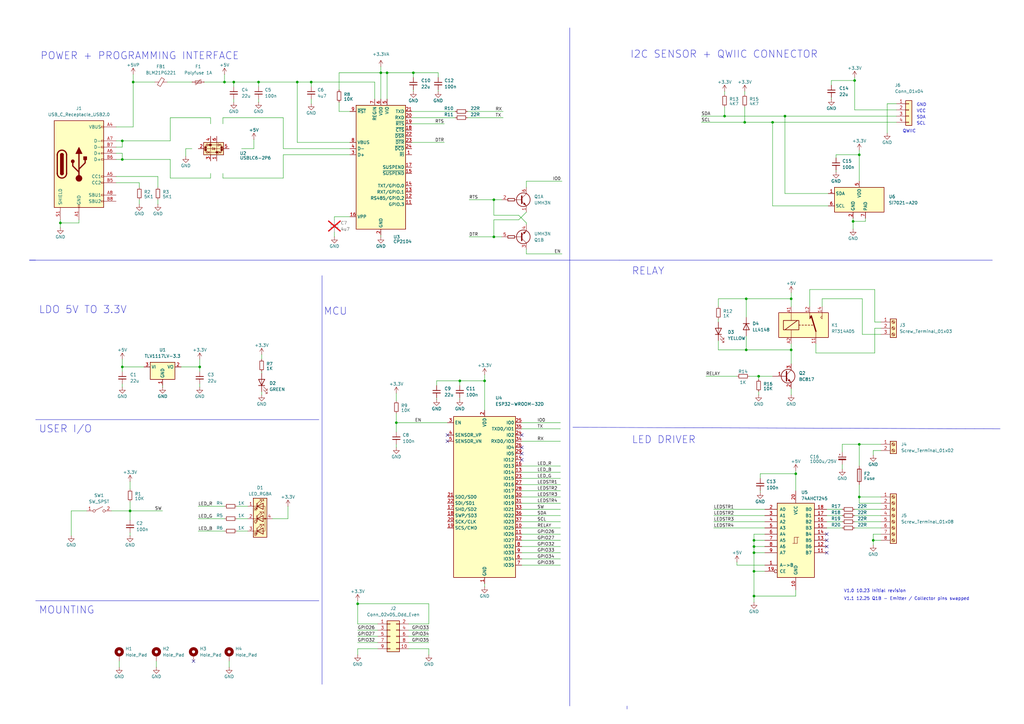
<source format=kicad_sch>
(kicad_sch (version 20231120) (generator "eeschema") (generator_version "8.0")
  (paper "A3")
  (lib_symbols
    (symbol "74xx:74HC245" (pin_names (offset 1.016))
      (property "Reference" "U" (at -7.62 16.51 0))
      (property "Value" "74HC245" (at -7.62 -16.51 0))
      (symbol "74HC245_1_0"
        (pin input line (at -12.7 -10.16 0) (length 5.08) (name "A->B") (number "1"))
        (pin power_in line (at 0 -20.32 90) (length 5.08) (name "GND") (number "10"))
        (pin tri_state line (at 12.7 -5.08 180) (length 5.08) (name "B7") (number "11"))
        (pin tri_state line (at 12.7 -2.54 180) (length 5.08) (name "B6") (number "12"))
        (pin tri_state line (at 12.7 0 180) (length 5.08) (name "B5") (number "13"))
        (pin tri_state line (at 12.7 2.54 180) (length 5.08) (name "B4") (number "14"))
        (pin tri_state line (at 12.7 5.08 180) (length 5.08) (name "B3") (number "15"))
        (pin tri_state line (at 12.7 7.62 180) (length 5.08) (name "B2") (number "16"))
        (pin tri_state line (at 12.7 10.16 180) (length 5.08) (name "B1") (number "17"))
        (pin tri_state line (at 12.7 12.7 180) (length 5.08) (name "B0") (number "18"))
        (pin input inverted (at -12.7 -12.7 0) (length 5.08) (name "CE") (number "19"))
        (pin tri_state line (at -12.7 12.7 0) (length 5.08) (name "A0") (number "2"))
        (pin power_in line (at 0 20.32 270) (length 5.08) (name "VCC") (number "20"))
        (pin tri_state line (at -12.7 10.16 0) (length 5.08) (name "A1") (number "3"))
        (pin tri_state line (at -12.7 7.62 0) (length 5.08) (name "A2") (number "4"))
        (pin tri_state line (at -12.7 5.08 0) (length 5.08) (name "A3") (number "5"))
        (pin tri_state line (at -12.7 2.54 0) (length 5.08) (name "A4") (number "6"))
        (pin tri_state line (at -12.7 0 0) (length 5.08) (name "A5") (number "7"))
        (pin tri_state line (at -12.7 -2.54 0) (length 5.08) (name "A6") (number "8"))
        (pin tri_state line (at -12.7 -5.08 0) (length 5.08) (name "A7") (number "9"))
      )
    )
    (symbol "Connector:Screw_Terminal_01x02" (pin_names (offset 1.016) hide)
      (property "Reference" "J" (at 0 2.54 0))
      (property "Value" "Screw_Terminal_01x02" (at 0 -5.08 0))
      (symbol "Screw_Terminal_01x02_1_1"
        (pin passive line (at -5.08 0 0) (length 3.81) (name "Pin_1") (number "1"))
        (pin passive line (at -5.08 -2.54 0) (length 3.81) (name "Pin_2") (number "2"))
      )
    )
    (symbol "Connector:Screw_Terminal_01x03" (pin_names (offset 1.016) hide)
      (property "Reference" "J" (at 0 5.08 0))
      (property "Value" "Screw_Terminal_01x03" (at 0 -5.08 0))
      (symbol "Screw_Terminal_01x03_1_1"
        (pin passive line (at -5.08 2.54 0) (length 3.81) (name "Pin_1") (number "1"))
        (pin passive line (at -5.08 0 0) (length 3.81) (name "Pin_2") (number "2"))
        (pin passive line (at -5.08 -2.54 0) (length 3.81) (name "Pin_3") (number "3"))
      )
    )
    (symbol "Connector:Screw_Terminal_01x08" (pin_names (offset 1.016) hide)
      (property "Reference" "J" (at 0 10.16 0))
      (property "Value" "Screw_Terminal_01x08" (at 0 -12.7 0))
      (symbol "Screw_Terminal_01x08_1_1"
        (pin passive line (at -5.08 7.62 0) (length 3.81) (name "Pin_1") (number "1"))
        (pin passive line (at -5.08 5.08 0) (length 3.81) (name "Pin_2") (number "2"))
        (pin passive line (at -5.08 2.54 0) (length 3.81) (name "Pin_3") (number "3"))
        (pin passive line (at -5.08 0 0) (length 3.81) (name "Pin_4") (number "4"))
        (pin passive line (at -5.08 -2.54 0) (length 3.81) (name "Pin_5") (number "5"))
        (pin passive line (at -5.08 -5.08 0) (length 3.81) (name "Pin_6") (number "6"))
        (pin passive line (at -5.08 -7.62 0) (length 3.81) (name "Pin_7") (number "7"))
        (pin passive line (at -5.08 -10.16 0) (length 3.81) (name "Pin_8") (number "8"))
      )
    )
    (symbol "Connector:USB_C_Receptacle_USB2.0" (pin_names (offset 1.016))
      (property "Reference" "J1" (at 0 22.86 0))
      (property "Value" "USB_C_Receptacle_USB2.0" (at 0 20.32 0))
      (symbol "USB_C_Receptacle_USB2.0_1_1"
        (pin passive line (at 0 -22.86 90) (length 5.08) (name "GND") (number "A1"))
        (pin passive line (at 0 -22.86 90) (length 5.08) hide (name "GND") (number "A12"))
        (pin passive line (at 15.24 15.24 180) (length 5.08) (name "VBUS") (number "A4"))
        (pin bidirectional line (at 15.24 -5.08 180) (length 5.08) (name "CC1") (number "A5"))
        (pin bidirectional line (at 15.24 4.445 180) (length 5.08) (name "D+") (number "A6"))
        (pin bidirectional line (at 15.24 9.525 180) (length 5.08) (name "D-") (number "A7"))
        (pin bidirectional line (at 15.24 -12.7 180) (length 5.08) (name "SBU1") (number "A8"))
        (pin passive line (at 15.24 15.24 180) (length 5.08) hide (name "VBUS") (number "A9"))
        (pin passive line (at 0 -22.86 90) (length 5.08) hide (name "GND") (number "B1"))
        (pin passive line (at 0 -22.86 90) (length 5.08) hide (name "GND") (number "B12"))
        (pin passive line (at 15.24 15.24 180) (length 5.08) hide (name "VBUS") (number "B4"))
        (pin bidirectional line (at 15.24 -7.62 180) (length 5.08) (name "CC2") (number "B5"))
        (pin bidirectional line (at 15.24 1.905 180) (length 5.08) (name "D+") (number "B6"))
        (pin bidirectional line (at 15.24 6.985 180) (length 5.08) (name "D-") (number "B7"))
        (pin bidirectional line (at 15.24 -15.24 180) (length 5.08) (name "SBU2") (number "B8"))
        (pin passive line (at 15.24 15.24 180) (length 5.08) hide (name "VBUS") (number "B9"))
        (pin passive line (at -7.62 -22.86 90) (length 5.08) (name "SHIELD") (number "S1"))
      )
    )
    (symbol "Connector_Generic:Conn_01x04" (pin_names (offset 1.016) hide)
      (property "Reference" "J" (at 0 5.08 0))
      (property "Value" "Conn_01x04" (at 0 -7.62 0))
      (symbol "Conn_01x04_1_1"
        (pin passive line (at -5.08 2.54 0) (length 3.81) (name "Pin_1") (number "1"))
        (pin passive line (at -5.08 0 0) (length 3.81) (name "Pin_2") (number "2"))
        (pin passive line (at -5.08 -2.54 0) (length 3.81) (name "Pin_3") (number "3"))
        (pin passive line (at -5.08 -5.08 0) (length 3.81) (name "Pin_4") (number "4"))
      )
    )
    (symbol "Connector_Generic:Conn_02x05_Odd_Even" (pin_names (offset 1.016) hide)
      (property "Reference" "J" (at 1.27 7.62 0))
      (property "Value" "Conn_02x05_Odd_Even" (at 1.27 -7.62 0))
      (symbol "Conn_02x05_Odd_Even_1_1"
        (pin passive line (at -5.08 5.08 0) (length 3.81) (name "Pin_1") (number "1"))
        (pin passive line (at 7.62 -5.08 180) (length 3.81) (name "Pin_10") (number "10"))
        (pin passive line (at 7.62 5.08 180) (length 3.81) (name "Pin_2") (number "2"))
        (pin passive line (at -5.08 2.54 0) (length 3.81) (name "Pin_3") (number "3"))
        (pin passive line (at 7.62 2.54 180) (length 3.81) (name "Pin_4") (number "4"))
        (pin passive line (at -5.08 0 0) (length 3.81) (name "Pin_5") (number "5"))
        (pin passive line (at 7.62 0 180) (length 3.81) (name "Pin_6") (number "6"))
        (pin passive line (at -5.08 -2.54 0) (length 3.81) (name "Pin_7") (number "7"))
        (pin passive line (at 7.62 -2.54 180) (length 3.81) (name "Pin_8") (number "8"))
        (pin passive line (at -5.08 -5.08 0) (length 3.81) (name "Pin_9") (number "9"))
      )
    )
    (symbol "Device:C_Polarized_Small" (pin_numbers hide) (pin_names (offset 0.254) hide)
      (property "Reference" "C" (at 0.254 1.778 0))
      (property "Value" "C_Polarized_Small" (at 0.254 -2.032 0))
      (symbol "C_Polarized_Small_1_1"
        (pin passive line (at 0 2.54 270) (length 1.8542) (name "~") (number "1"))
        (pin passive line (at 0 -2.54 90) (length 1.8542) (name "~") (number "2"))
      )
    )
    (symbol "Device:C_Small" (pin_numbers hide) (pin_names (offset 0.254) hide)
      (property "Reference" "C" (at 0.254 1.778 0))
      (property "Value" "C_Small" (at 0.254 -2.032 0))
      (symbol "C_Small_1_1"
        (pin passive line (at 0 2.54 270) (length 2.032) (name "~") (number "1"))
        (pin passive line (at 0 -2.54 90) (length 2.032) (name "~") (number "2"))
      )
    )
    (symbol "Device:FerriteBead_Small" (pin_numbers hide) (pin_names (offset 0))
      (property "Reference" "FB" (at 1.905 1.27 0))
      (property "Value" "FerriteBead_Small" (at 1.905 -1.27 0))
      (symbol "FerriteBead_Small_1_1"
        (pin passive line (at 0 2.54 270) (length 1.27) (name "~") (number "1"))
        (pin passive line (at 0 -2.54 90) (length 1.27) (name "~") (number "2"))
      )
    )
    (symbol "Device:Fuse" (pin_numbers hide) (pin_names (offset 0))
      (property "Reference" "F" (at 2.032 0 90))
      (property "Value" "Fuse" (at -1.905 0 90))
      (symbol "Fuse_1_1"
        (pin passive line (at 0 3.81 270) (length 1.27) (name "~") (number "1"))
        (pin passive line (at 0 -3.81 90) (length 1.27) (name "~") (number "2"))
      )
    )
    (symbol "Device:LED" (pin_numbers hide) (pin_names (offset 1.016) hide)
      (property "Reference" "D" (at 0 2.54 0))
      (property "Value" "LED" (at 0 -2.54 0))
      (symbol "LED_1_1"
        (pin passive line (at -3.81 0 0) (length 2.54) (name "K") (number "1"))
        (pin passive line (at 3.81 0 180) (length 2.54) (name "A") (number "2"))
      )
    )
    (symbol "Device:LED_RGBA" (pin_names (offset 0) hide)
      (property "Reference" "D" (at 0 9.398 0))
      (property "Value" "LED_RGBA" (at 0 -8.89 0))
      (symbol "LED_RGBA_0_0"
        (text "B" (at -1.905 -6.35 0) (effects (font (size 1.27 1.27))))
        (text "G" (at -1.905 -1.27 0) (effects (font (size 1.27 1.27))))
        (text "R" (at -1.905 3.81 0) (effects (font (size 1.27 1.27))))
      )
      (symbol "LED_RGBA_1_1"
        (pin passive line (at -5.08 5.08 0) (length 2.54) (name "RK") (number "1"))
        (pin passive line (at -5.08 0 0) (length 2.54) (name "GK") (number "2"))
        (pin passive line (at -5.08 -5.08 0) (length 2.54) (name "BK") (number "3"))
        (pin passive line (at 5.08 0 180) (length 2.54) (name "A") (number "4"))
      )
    )
    (symbol "Device:Polyfuse_Small" (pin_numbers hide) (pin_names (offset 0))
      (property "Reference" "F" (at -1.905 0 90))
      (property "Value" "Polyfuse_Small" (at 1.905 0 90))
      (symbol "Polyfuse_Small_1_1"
        (pin passive line (at 0 2.54 270) (length 0.635) (name "~") (number "1"))
        (pin passive line (at 0 -2.54 90) (length 0.635) (name "~") (number "2"))
      )
    )
    (symbol "Device:R_Small" (pin_numbers hide) (pin_names (offset 0.254) hide)
      (property "Reference" "R" (at 0.762 0.508 0))
      (property "Value" "R_Small" (at 0.762 -1.016 0))
      (symbol "R_Small_1_1"
        (pin passive line (at 0 2.54 270) (length 0.762) (name "~") (number "1"))
        (pin passive line (at 0 -2.54 90) (length 0.762) (name "~") (number "2"))
      )
    )
    (symbol "Diode:LL4148" (pin_numbers hide) (pin_names hide)
      (property "Reference" "D" (at 0 2.54 0))
      (property "Value" "LL4148" (at 0 -2.54 0))
      (symbol "LL4148_1_1"
        (pin passive line (at -3.81 0 0) (length 2.54) (name "K") (number "1"))
        (pin passive line (at 3.81 0 180) (length 2.54) (name "A") (number "2"))
      )
    )
    (symbol "Interface_USB:CP2104"
      (property "Reference" "U" (at -5.08 28.575 0))
      (property "Value" "CP2104" (at -5.08 26.67 0))
      (symbol "CP2104_1_1"
        (pin input line (at 12.7 5.08 180) (length 2.54) (name "~{RI}") (number "1"))
        (pin no_connect line (at 10.16 -20.32 180) (length 2.54) hide (name "NC") (number "10"))
        (pin bidirectional line (at 12.7 -15.24 180) (length 2.54) (name "GPIO.3") (number "11"))
        (pin bidirectional line (at 12.7 -12.7 180) (length 2.54) (name "RS485/GPIO.2") (number "12"))
        (pin bidirectional line (at 12.7 -10.16 180) (length 2.54) (name "RXT/GPIO.1") (number "13"))
        (pin bidirectional line (at 12.7 -7.62 180) (length 2.54) (name "TXT/GPIO.0") (number "14"))
        (pin output line (at 12.7 -2.54 180) (length 2.54) (name "~{SUSPEND}") (number "15"))
        (pin passive line (at -12.7 -20.32 0) (length 2.54) (name "VPP") (number "16"))
        (pin output line (at 12.7 0 180) (length 2.54) (name "SUSPEND") (number "17"))
        (pin input line (at 12.7 15.24 180) (length 2.54) (name "~{CTS}") (number "18"))
        (pin output line (at 12.7 17.78 180) (length 2.54) (name "~{RTS}") (number "19"))
        (pin power_in line (at 0 -27.94 90) (length 2.54) (name "GND") (number "2"))
        (pin input line (at 12.7 20.32 180) (length 2.54) (name "RXD") (number "20"))
        (pin output line (at 12.7 22.86 180) (length 2.54) (name "TXD") (number "21"))
        (pin input line (at 12.7 12.7 180) (length 2.54) (name "~{DSR}") (number "22"))
        (pin output line (at 12.7 10.16 180) (length 2.54) (name "~{DTR}") (number "23"))
        (pin input line (at 12.7 7.62 180) (length 2.54) (name "~{DCD}") (number "24"))
        (pin passive line (at 0 -27.94 90) (length 2.54) hide (name "GND") (number "25"))
        (pin bidirectional line (at -12.7 5.08 0) (length 2.54) (name "D+") (number "3"))
        (pin bidirectional line (at -12.7 7.62 0) (length 2.54) (name "D-") (number "4"))
        (pin power_in line (at 2.54 27.94 270) (length 2.54) (name "VIO") (number "5"))
        (pin power_in line (at 0 27.94 270) (length 2.54) (name "VDD") (number "6"))
        (pin power_in line (at -2.54 27.94 270) (length 2.54) (name "REGIN") (number "7"))
        (pin input line (at -12.7 10.16 0) (length 2.54) (name "VBUS") (number "8"))
        (pin bidirectional line (at -12.7 22.86 0) (length 2.54) (name "~{RST}") (number "9"))
      )
    )
    (symbol "Mechanical:MountingHole_Pad" (pin_numbers hide) (pin_names (offset 1.016) hide) (exclude_from_sim yes) (in_bom no)
      (property "Reference" "H" (at 0 6.35 0))
      (property "Value" "MountingHole_Pad" (at 0 4.445 0))
      (symbol "MountingHole_Pad_1_1"
        (pin input line (at 0 -2.54 90) (length 2.54) (name "1") (number "1"))
      )
    )
    (symbol "Power_Protection:USBLC6-2P6" (pin_names hide)
      (property "Reference" "U" (at 0.635 5.715 0))
      (property "Value" "USBLC6-2P6" (at 0.635 3.81 0))
      (symbol "USBLC6-2P6_1_1"
        (pin passive line (at -5.08 0 0) (length 2.54) (name "I/O1") (number "1"))
        (pin passive line (at 0 -7.62 90) (length 2.54) (name "GND") (number "2"))
        (pin passive line (at -5.08 -2.54 0) (length 2.54) (name "I/O2") (number "3"))
        (pin passive line (at 5.08 -2.54 180) (length 2.54) (name "I/O2") (number "4"))
        (pin passive line (at 0 5.08 270) (length 2.54) (name "VBUS") (number "5"))
        (pin passive line (at 5.08 0 180) (length 2.54) (name "I/O1") (number "6"))
      )
    )
    (symbol "RF_Module:ESP32-WROOM-32D"
      (property "Reference" "U" (at -12.7 34.29 0))
      (property "Value" "ESP32-WROOM-32D" (at 1.27 34.29 0))
      (symbol "ESP32-WROOM-32D_1_1"
        (pin power_in line (at 0 -35.56 90) (length 2.54) (name "GND") (number "1"))
        (pin bidirectional line (at 15.24 -12.7 180) (length 2.54) (name "IO25") (number "10"))
        (pin bidirectional line (at 15.24 -15.24 180) (length 2.54) (name "IO26") (number "11"))
        (pin bidirectional line (at 15.24 -17.78 180) (length 2.54) (name "IO27") (number "12"))
        (pin bidirectional line (at 15.24 10.16 180) (length 2.54) (name "IO14") (number "13"))
        (pin bidirectional line (at 15.24 15.24 180) (length 2.54) (name "IO12") (number "14"))
        (pin passive line (at 0 -35.56 90) (length 2.54) hide (name "GND") (number "15"))
        (pin bidirectional line (at 15.24 12.7 180) (length 2.54) (name "IO13") (number "16"))
        (pin bidirectional line (at -15.24 -5.08 0) (length 2.54) (name "SHD/SD2") (number "17"))
        (pin bidirectional line (at -15.24 -7.62 0) (length 2.54) (name "SWP/SD3") (number "18"))
        (pin bidirectional line (at -15.24 -12.7 0) (length 2.54) (name "SCS/CMD") (number "19"))
        (pin power_in line (at 0 35.56 270) (length 2.54) (name "VDD") (number "2"))
        (pin bidirectional line (at -15.24 -10.16 0) (length 2.54) (name "SCK/CLK") (number "20"))
        (pin bidirectional line (at -15.24 0 0) (length 2.54) (name "SDO/SD0") (number "21"))
        (pin bidirectional line (at -15.24 -2.54 0) (length 2.54) (name "SDI/SD1") (number "22"))
        (pin bidirectional line (at 15.24 7.62 180) (length 2.54) (name "IO15") (number "23"))
        (pin bidirectional line (at 15.24 25.4 180) (length 2.54) (name "IO2") (number "24"))
        (pin bidirectional line (at 15.24 30.48 180) (length 2.54) (name "IO0") (number "25"))
        (pin bidirectional line (at 15.24 20.32 180) (length 2.54) (name "IO4") (number "26"))
        (pin bidirectional line (at 15.24 5.08 180) (length 2.54) (name "IO16") (number "27"))
        (pin bidirectional line (at 15.24 2.54 180) (length 2.54) (name "IO17") (number "28"))
        (pin bidirectional line (at 15.24 17.78 180) (length 2.54) (name "IO5") (number "29"))
        (pin input line (at -15.24 30.48 0) (length 2.54) (name "EN") (number "3"))
        (pin bidirectional line (at 15.24 0 180) (length 2.54) (name "IO18") (number "30"))
        (pin bidirectional line (at 15.24 -2.54 180) (length 2.54) (name "IO19") (number "31"))
        (pin no_connect line (at -12.7 -27.94 0) (length 2.54) hide (name "NC") (number "32"))
        (pin bidirectional line (at 15.24 -5.08 180) (length 2.54) (name "IO21") (number "33"))
        (pin bidirectional line (at 15.24 22.86 180) (length 2.54) (name "RXD0/IO3") (number "34"))
        (pin bidirectional line (at 15.24 27.94 180) (length 2.54) (name "TXD0/IO1") (number "35"))
        (pin bidirectional line (at 15.24 -7.62 180) (length 2.54) (name "IO22") (number "36"))
        (pin bidirectional line (at 15.24 -10.16 180) (length 2.54) (name "IO23") (number "37"))
        (pin passive line (at 0 -35.56 90) (length 2.54) hide (name "GND") (number "38"))
        (pin passive line (at 0 -35.56 90) (length 2.54) hide (name "GND") (number "39"))
        (pin input line (at -15.24 25.4 0) (length 2.54) (name "SENSOR_VP") (number "4"))
        (pin input line (at -15.24 22.86 0) (length 2.54) (name "SENSOR_VN") (number "5"))
        (pin input line (at 15.24 -25.4 180) (length 2.54) (name "IO34") (number "6"))
        (pin input line (at 15.24 -27.94 180) (length 2.54) (name "IO35") (number "7"))
        (pin bidirectional line (at 15.24 -20.32 180) (length 2.54) (name "IO32") (number "8"))
        (pin bidirectional line (at 15.24 -22.86 180) (length 2.54) (name "IO33") (number "9"))
      )
    )
    (symbol "Regulator_Linear:LM1117MP-3.3"
      (property "Reference" "U" (at -3.81 3.175 0))
      (property "Value" "LM1117MP-3.3" (at 0 3.175 0))
      (symbol "LM1117MP-3.3_1_1"
        (pin power_in line (at 0 -7.62 90) (length 2.54) (name "GND") (number "1"))
        (pin power_out line (at 7.62 0 180) (length 2.54) (name "VO") (number "2"))
        (pin power_in line (at -7.62 0 0) (length 2.54) (name "VI") (number "3"))
      )
    )
    (symbol "Relay:RT314A05"
      (property "Reference" "K" (at 11.43 3.81 0))
      (property "Value" "RT314A05" (at 11.43 1.27 0))
      (symbol "RT314A05_1_1"
        (pin passive line (at 5.08 -7.62 90) (length 2.54) (name "~") (number "11"))
        (pin passive line (at 2.54 7.62 270) (length 2.54) (name "~") (number "12"))
        (pin passive line (at 7.62 7.62 270) (length 2.54) (name "~") (number "14"))
        (pin passive line (at -5.08 7.62 270) (length 2.54) (name "~") (number "A1"))
        (pin passive line (at -5.08 -7.62 90) (length 2.54) (name "~") (number "A2"))
      )
    )
    (symbol "Sensor_Humidity:Si7021-A20"
      (property "Reference" "U" (at -5.08 7.62 0))
      (property "Value" "Si7021-A20" (at -10.16 10.16 0))
      (symbol "Si7021-A20_1_1"
        (pin bidirectional line (at -12.7 2.54 0) (length 2.54) (name "SDA") (number "1"))
        (pin power_in line (at -2.54 -7.62 90) (length 2.54) (name "GND") (number "2"))
        (pin no_connect line (at 10.16 2.54 180) (length 2.54) hide (name "NC") (number "3"))
        (pin no_connect line (at 10.16 -2.54 180) (length 2.54) hide (name "NC") (number "4"))
        (pin power_in line (at 0 7.62 270) (length 2.54) (name "VDD") (number "5"))
        (pin input line (at -12.7 -2.54 0) (length 2.54) (name "SCL") (number "6"))
        (pin passive line (at 2.54 -7.62 90) (length 2.54) (name "PAD") (number "7"))
      )
    )
    (symbol "Switch:SW_SPST" (pin_names (offset 0) hide)
      (property "Reference" "SW" (at 0 3.175 0))
      (property "Value" "SW_SPST" (at 0 -2.54 0))
      (symbol "SW_SPST_1_1"
        (pin passive line (at -5.08 0 0) (length 2.54) (name "A") (number "1"))
        (pin passive line (at 5.08 0 180) (length 2.54) (name "B") (number "2"))
      )
    )
    (symbol "Transistor_BJT:BC817" (pin_names (offset 0) hide)
      (property "Reference" "Q" (at 5.08 1.905 0))
      (property "Value" "BC817" (at 5.08 0 0))
      (symbol "BC817_1_1"
        (pin input line (at -5.08 0 0) (length 5.715) (name "B") (number "1"))
        (pin passive line (at 2.54 -5.08 90) (length 2.54) (name "E") (number "2"))
        (pin passive line (at 2.54 5.08 270) (length 2.54) (name "C") (number "3"))
      )
    )
    (symbol "Transistor_BJT:UMH3N" (pin_names hide)
      (property "Reference" "Q" (at 7.62 1.27 0))
      (property "Value" "UMH3N" (at 7.62 -1.27 0))
      (symbol "UMH3N_1_1"
        (pin passive line (at 5.08 -5.08 90) (length 2.54) (name "E1") (number "1"))
        (pin input line (at -5.08 0 0) (length 2.54) (name "B1") (number "2"))
        (pin passive line (at 5.08 5.08 270) (length 2.54) (name "C1") (number "6"))
      )
      (symbol "UMH3N_2_1"
        (pin passive line (at 5.08 5.08 270) (length 2.54) (name "C2") (number "3"))
        (pin passive line (at 5.08 -5.08 90) (length 2.54) (name "E2") (number "4"))
        (pin input line (at -5.08 0 0) (length 2.54) (name "B2") (number "5"))
      )
    )
    (symbol "power:+3.3V" (power) (pin_numbers hide) (pin_names (offset 0) hide)
      (property "Value" "+3.3V" (at 0 3.556 0))
      (symbol "+3.3V_1_1"
        (pin power_in line (at 0 0 90) (length 0) (name "~") (number "1"))
      )
    )
    (symbol "power:+3.3VA" (power) (pin_numbers hide) (pin_names (offset 0) hide)
      (property "Value" "+3.3VA" (at 0 3.556 0))
      (symbol "+3.3VA_1_1"
        (pin power_in line (at 0 0 90) (length 0) (name "~") (number "1"))
      )
    )
    (symbol "power:+5V" (power) (pin_numbers hide) (pin_names (offset 0) hide)
      (property "Value" "+5V" (at 0 3.556 0))
      (symbol "+5V_1_1"
        (pin power_in line (at 0 0 90) (length 0) (name "~") (number "1"))
      )
    )
    (symbol "power:+5VP" (power) (pin_numbers hide) (pin_names (offset 0) hide)
      (property "Value" "+5VP" (at 0 3.556 0))
      (symbol "+5VP_1_1"
        (pin power_in line (at 0 0 90) (length 0) (name "~") (number "1"))
      )
    )
    (symbol "power:GND" (power) (pin_numbers hide) (pin_names (offset 0) hide)
      (property "Value" "GND" (at 0 -3.81 0))
      (symbol "GND_1_1"
        (pin power_in line (at 0 0 270) (length 0) (name "~") (number "1"))
      )
    )
  )
  (junction (at 306.07 122.555))
  (junction (at 53.34 209.55))
  (junction (at 188.595 156.21))
  (junction (at 352.425 63.5))
  (junction (at 326.39 194.31))
  (junction (at 54.61 33.655))
  (junction (at 202.565 97.155))
  (junction (at 309.245 224.155))
  (junction (at 50.165 150.495))
  (junction (at 316.865 50.165))
  (junction (at 169.545 29.845))
  (junction (at 24.765 91.44))
  (junction (at 309.245 226.695))
  (junction (at 106.045 33.655))
  (junction (at 358.14 221.615))
  (junction (at 50.165 57.785))
  (junction (at 311.15 154.305))
  (junction (at 305.435 50.165))
  (junction (at 309.245 244.475))
  (junction (at 349.885 90.805))
  (junction (at 352.425 203.835))
  (junction (at 146.685 247.65))
  (junction (at 121.92 33.655))
  (junction (at 321.945 47.625))
  (junction (at 81.915 150.495))
  (junction (at 127.635 33.655))
  (junction (at 324.485 143.51))
  (junction (at 156.21 29.845))
  (junction (at 50.165 65.405))
  (junction (at 158.75 29.845))
  (junction (at 297.18 47.625))
  (junction (at 309.245 234.315))
  (junction (at 306.07 143.51))
  (junction (at 162.56 173.355))
  (junction (at 350.52 33.02))
  (junction (at 92.075 33.655))
  (junction (at 352.425 182.245))
  (junction (at 95.885 33.655))
  (junction (at 198.755 156.21))
  (junction (at 324.485 122.555))
  (junction (at 309.245 221.615))
  (junction (at 202.565 81.915))
  (no_connect (at 183.515 180.975))
  (no_connect (at 183.515 178.435))
  (no_connect (at 339.09 226.695))
  (no_connect (at 213.995 183.515))
  (no_connect (at 213.995 188.595))
  (no_connect (at 339.09 221.615))
  (no_connect (at 213.995 186.055))
  (no_connect (at 339.09 219.075))
  (no_connect (at 339.09 224.155))
  (no_connect (at 79.375 271.145))
  (no_connect (at 213.995 178.435))
  (wire (pts (xy 162.56 173.355) (xy 183.515 173.355)))
  (wire (pts (xy 97.155 212.725) (xy 101.6 212.725)))
  (wire (pts (xy 345.44 182.245) (xy 352.425 182.245)))
  (wire (pts (xy 213.995 206.375) (xy 229.87 206.375)))
  (wire (pts (xy 215.9 74.295) (xy 230.505 74.295)))
  (wire (pts (xy 175.895 255.905) (xy 175.895 247.65)))
  (wire (pts (xy 81.915 150.495) (xy 81.915 152.4)))
  (wire (pts (xy 292.735 213.995) (xy 313.69 213.995)))
  (wire (pts (xy 121.92 33.655) (xy 121.92 58.42)))
  (wire (pts (xy 213.995 226.695) (xy 229.87 226.695)))
  (wire (pts (xy 354.965 90.805) (xy 354.965 89.535)))
  (polyline (pts (xy 254 106.68) (xy 407.035 106.68)))
  (wire (pts (xy 168.91 50.8) (xy 182.245 50.8)))
  (wire (pts (xy 24.765 91.44) (xy 24.765 93.345)))
  (wire (pts (xy 95.885 40.64) (xy 95.885 41.91)))
  (wire (pts (xy 305.435 50.165) (xy 316.865 50.165)))
  (wire (pts (xy 202.565 88.265) (xy 212.725 88.265)))
  (wire (pts (xy 358.775 144.78) (xy 358.775 134.62)))
  (wire (pts (xy 202.565 97.155) (xy 205.74 97.155)))
  (wire (pts (xy 54.61 33.655) (xy 54.61 30.48)))
  (wire (pts (xy 350.52 33.02) (xy 350.52 45.085)))
  (wire (pts (xy 215.9 91.44) (xy 215.9 92.075)))
  (wire (pts (xy 306.07 122.555) (xy 324.485 122.555)))
  (wire (pts (xy 59.055 150.495) (xy 50.165 150.495)))
  (wire (pts (xy 352.425 61.595) (xy 352.425 63.5)))
  (wire (pts (xy 179.07 156.21) (xy 179.07 158.115)))
  (wire (pts (xy 213.995 221.615) (xy 229.87 221.615)))
  (wire (pts (xy 213.995 196.215) (xy 229.87 196.215)))
  (wire (pts (xy 127.635 33.655) (xy 153.67 33.655)))
  (wire (pts (xy 53.34 205.74) (xy 53.34 209.55)))
  (wire (pts (xy 78.74 60.96) (xy 76.2 60.96)))
  (wire (pts (xy 91.44 48.26) (xy 116.205 48.26)))
  (wire (pts (xy 99.06 60.96) (xy 104.14 60.96)))
  (wire (pts (xy 198.755 153.67) (xy 198.755 156.21)))
  (wire (pts (xy 86.36 71.12) (xy 86.36 73.025)))
  (wire (pts (xy 93.98 271.145) (xy 93.98 273.685)))
  (wire (pts (xy 213.995 173.355) (xy 229.87 173.355)))
  (wire (pts (xy 306.07 143.51) (xy 324.485 143.51)))
  (wire (pts (xy 156.21 29.845) (xy 158.75 29.845)))
  (wire (pts (xy 106.045 40.64) (xy 106.045 41.91)))
  (wire (pts (xy 116.205 60.96) (xy 143.51 60.96)))
  (wire (pts (xy 309.245 221.615) (xy 309.245 224.155)))
  (wire (pts (xy 349.885 89.535) (xy 349.885 90.805)))
  (wire (pts (xy 53.34 197.485) (xy 53.34 200.66)))
  (wire (pts (xy 95.885 33.655) (xy 106.045 33.655)))
  (wire (pts (xy 139.065 41.91) (xy 139.065 45.72)))
  (wire (pts (xy 361.315 184.785) (xy 358.14 184.785)))
  (wire (pts (xy 50.165 65.405) (xy 69.85 65.405)))
  (wire (pts (xy 349.885 90.805) (xy 349.885 93.98)))
  (wire (pts (xy 350.52 213.995) (xy 361.315 213.995)))
  (wire (pts (xy 309.245 224.155) (xy 313.69 224.155)))
  (wire (pts (xy 350.52 208.915) (xy 361.315 208.915)))
  (wire (pts (xy 81.915 157.48) (xy 81.915 158.75)))
  (polyline (pts (xy 233.68 289.56) (xy 233.68 147.955)))
  (wire (pts (xy 306.07 122.555) (xy 294.64 122.555)))
  (wire (pts (xy 345.44 190.5) (xy 345.44 192.405)))
  (wire (pts (xy 106.045 33.655) (xy 106.045 35.56)))
  (wire (pts (xy 297.18 47.625) (xy 321.945 47.625)))
  (wire (pts (xy 202.565 81.915) (xy 205.74 81.915)))
  (wire (pts (xy 29.21 209.55) (xy 29.21 219.71)))
  (wire (pts (xy 358.775 132.08) (xy 361.315 132.08)))
  (wire (pts (xy 169.545 29.845) (xy 169.545 31.75)))
  (wire (pts (xy 192.405 97.155) (xy 202.565 97.155)))
  (wire (pts (xy 198.755 239.395) (xy 198.755 240.665)))
  (wire (pts (xy 81.28 207.645) (xy 92.075 207.645)))
  (wire (pts (xy 118.11 207.645) (xy 118.11 212.725)))
  (wire (pts (xy 202.565 90.17) (xy 202.565 97.155)))
  (wire (pts (xy 302.26 154.305) (xy 289.56 154.305)))
  (wire (pts (xy 202.565 81.915) (xy 202.565 88.265)))
  (wire (pts (xy 146.685 246.38) (xy 146.685 247.65)))
  (wire (pts (xy 324.485 140.97) (xy 324.485 143.51)))
  (wire (pts (xy 169.545 29.845) (xy 179.705 29.845)))
  (wire (pts (xy 324.485 122.555) (xy 324.485 125.73)))
  (wire (pts (xy 24.765 90.17) (xy 24.765 91.44)))
  (wire (pts (xy 307.34 154.305) (xy 311.15 154.305)))
  (wire (pts (xy 342.9 63.5) (xy 352.425 63.5)))
  (wire (pts (xy 213.995 193.675) (xy 229.87 193.675)))
  (wire (pts (xy 334.645 144.78) (xy 358.775 144.78)))
  (polyline (pts (xy 257.175 289.56) (xy 257.175 290.83)))
  (wire (pts (xy 81.28 217.805) (xy 92.075 217.805)))
  (polyline (pts (xy 14.605 106.68) (xy 12.065 106.68)))
  (wire (pts (xy 309.245 244.475) (xy 309.245 247.015)))
  (wire (pts (xy 76.2 60.96) (xy 76.2 64.135)))
  (wire (pts (xy 350.52 31.75) (xy 350.52 33.02)))
  (wire (pts (xy 339.09 216.535) (xy 345.44 216.535)))
  (wire (pts (xy 146.685 263.525) (xy 154.94 263.525)))
  (wire (pts (xy 68.58 33.655) (xy 78.74 33.655)))
  (wire (pts (xy 139.065 36.83) (xy 139.065 29.845)))
  (wire (pts (xy 311.785 201.295) (xy 311.785 201.93)))
  (wire (pts (xy 202.565 90.17) (xy 212.725 90.17)))
  (wire (pts (xy 316.865 84.455) (xy 316.865 50.165)))
  (wire (pts (xy 162.56 182.245) (xy 162.56 183.515)))
  (wire (pts (xy 352.425 203.835) (xy 352.425 206.375)))
  (wire (pts (xy 156.21 96.52) (xy 156.21 97.155)))
  (wire (pts (xy 167.64 263.525) (xy 175.895 263.525)))
  (wire (pts (xy 153.67 33.655) (xy 153.67 40.64)))
  (wire (pts (xy 311.785 194.31) (xy 326.39 194.31)))
  (wire (pts (xy 321.945 47.625) (xy 321.945 79.375)))
  (wire (pts (xy 350.52 211.455) (xy 361.315 211.455)))
  (wire (pts (xy 127.635 40.64) (xy 127.635 42.545)))
  (wire (pts (xy 116.205 63.5) (xy 116.205 73.025)))
  (wire (pts (xy 179.705 29.845) (xy 179.705 31.75)))
  (wire (pts (xy 342.9 69.85) (xy 342.9 70.485)))
  (wire (pts (xy 69.85 65.405) (xy 69.85 73.025)))
  (wire (pts (xy 97.155 207.645) (xy 101.6 207.645)))
  (wire (pts (xy 188.595 156.21) (xy 198.755 156.21)))
  (wire (pts (xy 54.61 33.655) (xy 63.5 33.655)))
  (wire (pts (xy 324.485 120.015) (xy 324.485 122.555)))
  (wire (pts (xy 353.695 122.555) (xy 353.695 137.16)))
  (wire (pts (xy 213.995 180.975) (xy 229.87 180.975)))
  (wire (pts (xy 167.64 260.985) (xy 175.895 260.985)))
  (wire (pts (xy 45.72 209.55) (xy 53.34 209.55)))
  (wire (pts (xy 309.245 224.155) (xy 309.245 226.695)))
  (wire (pts (xy 168.91 48.26) (xy 186.69 48.26)))
  (wire (pts (xy 361.315 182.245) (xy 352.425 182.245)))
  (wire (pts (xy 311.15 154.305) (xy 311.15 155.575)))
  (wire (pts (xy 158.75 29.845) (xy 158.75 40.64)))
  (wire (pts (xy 306.07 130.175) (xy 306.07 122.555)))
  (wire (pts (xy 91.44 50.8) (xy 91.44 48.26)))
  (wire (pts (xy 213.995 219.075) (xy 229.87 219.075)))
  (wire (pts (xy 294.64 139.7) (xy 294.64 143.51)))
  (wire (pts (xy 191.77 48.26) (xy 206.375 48.26)))
  (wire (pts (xy 167.64 258.445) (xy 175.895 258.445)))
  (wire (pts (xy 309.245 244.475) (xy 326.39 244.475)))
  (wire (pts (xy 127.635 33.655) (xy 127.635 35.56)))
  (wire (pts (xy 146.685 266.065) (xy 146.685 268.605)))
  (wire (pts (xy 292.735 208.915) (xy 313.69 208.915)))
  (wire (pts (xy 361.315 206.375) (xy 352.425 206.375)))
  (wire (pts (xy 35.56 209.55) (xy 29.21 209.55)))
  (wire (pts (xy 57.15 74.93) (xy 57.15 76.835)))
  (wire (pts (xy 311.15 160.655) (xy 311.15 161.925)))
  (wire (pts (xy 146.685 260.985) (xy 154.94 260.985)))
  (polyline (pts (xy 132.08 113.03) (xy 132.08 280.67)))
  (wire (pts (xy 367.665 42.545) (xy 363.855 42.545)))
  (wire (pts (xy 215.9 102.235) (xy 215.9 104.14)))
  (wire (pts (xy 179.705 36.83) (xy 179.705 37.465)))
  (wire (pts (xy 53.34 218.44) (xy 53.34 219.71)))
  (wire (pts (xy 313.69 231.775) (xy 302.26 231.775)))
  (wire (pts (xy 339.09 213.995) (xy 345.44 213.995)))
  (wire (pts (xy 287.655 50.165) (xy 305.435 50.165)))
  (wire (pts (xy 64.77 72.39) (xy 64.77 76.835)))
  (wire (pts (xy 309.245 219.075) (xy 309.245 221.615)))
  (wire (pts (xy 297.18 43.815) (xy 297.18 47.625)))
  (wire (pts (xy 358.14 221.615) (xy 358.14 223.52)))
  (wire (pts (xy 50.165 62.865) (xy 50.165 65.405)))
  (wire (pts (xy 326.39 193.04) (xy 326.39 194.31)))
  (wire (pts (xy 349.885 90.805) (xy 354.965 90.805)))
  (wire (pts (xy 324.485 159.385) (xy 324.485 161.925)))
  (wire (pts (xy 213.995 229.235) (xy 229.87 229.235)))
  (wire (pts (xy 50.165 62.865) (xy 47.625 62.865)))
  (wire (pts (xy 48.895 271.145) (xy 48.895 273.685)))
  (wire (pts (xy 57.15 81.915) (xy 57.15 83.82)))
  (polyline (pts (xy 233.68 11.43) (xy 233.68 147.955)))
  (wire (pts (xy 358.775 118.745) (xy 358.775 132.08)))
  (wire (pts (xy 104.14 57.15) (xy 104.14 60.96)))
  (wire (pts (xy 213.995 191.135) (xy 229.87 191.135)))
  (wire (pts (xy 313.69 221.615) (xy 309.245 221.615)))
  (wire (pts (xy 137.16 95.25) (xy 137.16 97.155)))
  (wire (pts (xy 91.44 71.12) (xy 91.44 73.025)))
  (wire (pts (xy 50.165 150.495) (xy 50.165 152.4)))
  (wire (pts (xy 213.995 216.535) (xy 229.87 216.535)))
  (wire (pts (xy 47.625 72.39) (xy 64.77 72.39)))
  (wire (pts (xy 191.77 45.72) (xy 206.375 45.72)))
  (wire (pts (xy 106.045 33.655) (xy 121.92 33.655)))
  (wire (pts (xy 162.56 173.355) (xy 162.56 177.165)))
  (wire (pts (xy 306.07 137.795) (xy 306.07 143.51)))
  (wire (pts (xy 339.725 79.375) (xy 321.945 79.375)))
  (wire (pts (xy 158.75 29.845) (xy 169.545 29.845)))
  (wire (pts (xy 215.9 104.14) (xy 230.505 104.14)))
  (wire (pts (xy 107.315 147.32) (xy 107.315 145.415)))
  (wire (pts (xy 54.61 33.655) (xy 54.61 52.07)))
  (wire (pts (xy 309.245 226.695) (xy 313.69 226.695)))
  (wire (pts (xy 50.165 57.785) (xy 69.85 57.785)))
  (wire (pts (xy 188.595 156.21) (xy 188.595 158.115)))
  (wire (pts (xy 192.405 81.915) (xy 202.565 81.915)))
  (wire (pts (xy 324.485 143.51) (xy 324.485 149.225)))
  (wire (pts (xy 156.21 27.305) (xy 156.21 29.845)))
  (wire (pts (xy 309.245 234.315) (xy 309.245 244.475)))
  (wire (pts (xy 168.91 58.42) (xy 182.245 58.42)))
  (wire (pts (xy 342.9 63.5) (xy 342.9 64.77)))
  (wire (pts (xy 309.245 226.695) (xy 309.245 234.315)))
  (wire (pts (xy 339.09 208.915) (xy 345.44 208.915)))
  (wire (pts (xy 146.685 258.445) (xy 154.94 258.445)))
  (wire (pts (xy 81.915 147.32) (xy 81.915 150.495)))
  (wire (pts (xy 352.425 182.245) (xy 352.425 191.135)))
  (polyline (pts (xy 14.605 172.085) (xy 130.81 172.085)))
  (wire (pts (xy 69.85 73.025) (xy 86.36 73.025)))
  (polyline (pts (xy 234.95 175.26) (xy 410.21 175.895)))
  (wire (pts (xy 86.36 48.26) (xy 86.36 50.8)))
  (wire (pts (xy 297.18 37.465) (xy 297.18 38.735)))
  (wire (pts (xy 53.34 209.55) (xy 53.34 213.36)))
  (wire (pts (xy 326.39 241.935) (xy 326.39 244.475)))
  (wire (pts (xy 74.295 150.495) (xy 81.915 150.495)))
  (wire (pts (xy 340.995 33.02) (xy 340.995 34.925)))
  (wire (pts (xy 334.645 140.97) (xy 334.645 144.78)))
  (wire (pts (xy 287.655 47.625) (xy 297.18 47.625)))
  (wire (pts (xy 95.885 33.655) (xy 95.885 35.56)))
  (wire (pts (xy 213.995 201.295) (xy 229.87 201.295)))
  (wire (pts (xy 367.665 45.085) (xy 350.52 45.085)))
  (wire (pts (xy 50.165 57.785) (xy 50.165 60.325)))
  (wire (pts (xy 111.76 212.725) (xy 118.11 212.725)))
  (wire (pts (xy 340.995 33.02) (xy 350.52 33.02)))
  (wire (pts (xy 305.435 43.815) (xy 305.435 50.165)))
  (wire (pts (xy 353.695 137.16) (xy 361.315 137.16)))
  (wire (pts (xy 32.385 90.17) (xy 32.385 91.44)))
  (wire (pts (xy 179.07 156.21) (xy 188.595 156.21)))
  (wire (pts (xy 146.685 247.65) (xy 175.895 247.65)))
  (wire (pts (xy 294.64 122.555) (xy 294.64 125.73)))
  (wire (pts (xy 154.94 266.065) (xy 146.685 266.065)))
  (wire (pts (xy 332.105 118.745) (xy 358.775 118.745)))
  (wire (pts (xy 139.065 45.72) (xy 143.51 45.72)))
  (wire (pts (xy 32.385 91.44) (xy 24.765 91.44)))
  (wire (pts (xy 316.865 50.165) (xy 367.665 50.165)))
  (wire (pts (xy 363.855 42.545) (xy 363.855 54.61)))
  (wire (pts (xy 358.14 184.785) (xy 358.14 186.69)))
  (wire (pts (xy 305.435 37.465) (xy 305.435 38.735)))
  (wire (pts (xy 168.91 45.72) (xy 186.69 45.72)))
  (wire (pts (xy 358.14 221.615) (xy 361.315 221.615)))
  (wire (pts (xy 64.135 271.145) (xy 64.135 273.685)))
  (wire (pts (xy 162.56 161.29) (xy 162.56 164.465)))
  (wire (pts (xy 92.075 33.655) (xy 95.885 33.655)))
  (wire (pts (xy 212.725 88.265) (xy 215.9 91.44)))
  (wire (pts (xy 143.51 63.5) (xy 116.205 63.5)))
  (wire (pts (xy 121.92 58.42) (xy 143.51 58.42)))
  (wire (pts (xy 302.26 231.775) (xy 302.26 230.505)))
  (wire (pts (xy 83.82 33.655) (xy 92.075 33.655)))
  (wire (pts (xy 107.315 160.655) (xy 107.315 161.925)))
  (wire (pts (xy 352.425 198.755) (xy 352.425 203.835)))
  (wire (pts (xy 294.64 143.51) (xy 306.07 143.51)))
  (wire (pts (xy 337.185 122.555) (xy 353.695 122.555)))
  (wire (pts (xy 213.995 208.915) (xy 229.87 208.915)))
  (wire (pts (xy 326.39 194.31) (xy 326.39 201.295)))
  (wire (pts (xy 137.16 88.9) (xy 143.51 88.9)))
  (wire (pts (xy 139.065 29.845) (xy 156.21 29.845)))
  (wire (pts (xy 198.755 156.21) (xy 198.755 168.275)))
  (wire (pts (xy 167.64 266.065) (xy 175.895 266.065)))
  (wire (pts (xy 339.725 84.455) (xy 316.865 84.455)))
  (wire (pts (xy 358.775 134.62) (xy 361.315 134.62)))
  (wire (pts (xy 313.69 234.315) (xy 309.245 234.315)))
  (wire (pts (xy 213.995 203.835) (xy 229.87 203.835)))
  (wire (pts (xy 340.995 40.64) (xy 340.995 40.005)))
  (wire (pts (xy 213.995 175.895) (xy 229.87 175.895)))
  (wire (pts (xy 352.425 63.5) (xy 352.425 74.295)))
  (wire (pts (xy 311.15 154.305) (xy 316.865 154.305)))
  (wire (pts (xy 47.625 65.405) (xy 50.165 65.405)))
  (wire (pts (xy 92.075 30.48) (xy 92.075 33.655)))
  (wire (pts (xy 213.995 211.455) (xy 229.87 211.455)))
  (wire (pts (xy 213.995 198.755) (xy 229.87 198.755)))
  (wire (pts (xy 81.28 212.725) (xy 92.075 212.725)))
  (wire (pts (xy 50.165 60.325) (xy 47.625 60.325)))
  (wire (pts (xy 50.165 157.48) (xy 50.165 158.75)))
  (wire (pts (xy 47.625 74.93) (xy 57.15 74.93)))
  (wire (pts (xy 169.545 37.465) (xy 169.545 36.83)))
  (polyline (pts (xy 14.605 246.38) (xy 130.81 246.38)))
  (wire (pts (xy 156.21 29.845) (xy 156.21 40.64)))
  (wire (pts (xy 311.785 196.215) (xy 311.785 194.31)))
  (wire (pts (xy 339.09 211.455) (xy 345.44 211.455)))
  (wire (pts (xy 97.155 217.805) (xy 101.6 217.805)))
  (wire (pts (xy 309.245 219.075) (xy 313.69 219.075)))
  (wire (pts (xy 53.34 209.55) (xy 66.675 209.55)))
  (wire (pts (xy 137.16 88.9) (xy 137.16 90.17)))
  (wire (pts (xy 162.56 169.545) (xy 162.56 173.355)))
  (wire (pts (xy 66.675 158.115) (xy 66.675 158.75)))
  (wire (pts (xy 213.995 213.995) (xy 229.87 213.995)))
  (wire (pts (xy 215.9 74.295) (xy 215.9 76.835)))
  (wire (pts (xy 350.52 216.535) (xy 361.315 216.535)))
  (wire (pts (xy 321.945 47.625) (xy 367.665 47.625)))
  (wire (pts (xy 213.995 231.775) (xy 229.87 231.775)))
  (wire (pts (xy 69.85 48.26) (xy 86.36 48.26)))
  (wire (pts (xy 292.735 211.455) (xy 313.69 211.455)))
  (wire (pts (xy 146.685 247.65) (xy 146.685 255.905)))
  (wire (pts (xy 54.61 52.07) (xy 47.625 52.07)))
  (wire (pts (xy 179.07 163.195) (xy 179.07 163.83)))
  (wire (pts (xy 107.315 153.035) (xy 107.315 152.4)))
  (wire (pts (xy 50.165 147.32) (xy 50.165 150.495)))
  (wire (pts (xy 332.105 118.745) (xy 332.105 125.73)))
  (wire (pts (xy 213.995 224.155) (xy 229.87 224.155)))
  (wire (pts (xy 64.77 81.915) (xy 64.77 83.82)))
  (wire (pts (xy 337.185 125.73) (xy 337.185 122.555)))
  (wire (pts (xy 91.44 73.025) (xy 116.205 73.025)))
  (wire (pts (xy 292.735 216.535) (xy 313.69 216.535)))
  (wire (pts (xy 47.625 57.785) (xy 50.165 57.785)))
  (wire (pts (xy 175.895 266.065) (xy 175.895 268.605)))
  (wire (pts (xy 215.9 86.995) (xy 212.725 90.17)))
  (wire (pts (xy 69.85 57.785) (xy 69.85 48.26)))
  (polyline (pts (xy 12.065 106.68) (xy 254 106.68)))
  (wire (pts (xy 116.205 48.26) (xy 116.205 60.96)))
  (wire (pts (xy 345.44 185.42) (xy 345.44 182.245)))
  (wire (pts (xy 361.315 219.075) (xy 358.14 219.075)))
  (wire (pts (xy 175.895 255.905) (xy 167.64 255.905)))
  (wire (pts (xy 188.595 163.195) (xy 188.595 163.83)))
  (wire (pts (xy 294.64 130.81) (xy 294.64 132.08)))
  (wire (pts (xy 358.14 219.075) (xy 358.14 221.615)))
  (wire (pts (xy 154.94 255.905) (xy 146.685 255.905)))
  (wire (pts (xy 121.92 33.655) (xy 127.635 33.655)))
  (wire (pts (xy 352.425 203.835) (xy 361.315 203.835)))
  (text "LDO 5V TO 3.3V" (at 15.875 128.905 0) (effects (font (size 3 3)) (justify left bottom)))
  (text "MOUNTING" (at 15.875 252.095 0) (effects (font (size 3 3)) (justify left bottom)))
  (text "GND" (at 375.92 43.815 0) (effects (font (size 1.27 1.27)) (justify left bottom)))
  (text "SCL" (at 375.92 51.435 0) (effects (font (size 1.27 1.27)) (justify left bottom)))
  (text "SDA" (at 375.92 48.895 0) (effects (font (size 1.27 1.27)) (justify left bottom)))
  (text "V1.1 12.25 Q1B - Emitter / Collector pins swapped" (at 346.075 246.38 0) (effects (font (size 1.27 1.27)) (justify left bottom)))
  (text "I2C SENSOR + QWIIC CONNECTOR" (at 258.445 24.13 0) (effects (font (size 3 3)) (justify left bottom)))
  (text "V1.0 10.23 Initial revision" (at 346.075 243.205 0) (effects (font (size 1.27 1.27)) (justify left bottom)))
  (text "USER I/O" (at 15.875 177.8 0) (effects (font (size 3 3)) (justify left bottom)))
  (text "RELAY" (at 259.08 113.03 0) (effects (font (size 3 3)) (justify left bottom)))
  (text "MCU" (at 132.715 129.54 0) (effects (font (size 3 3)) (justify left bottom)))
  (text "QWIIC" (at 370.205 54.61 0) (effects (font (size 1.27 1.27)) (justify left bottom)))
  (text "LED DRIVER" (at 259.08 182.245 0) (effects (font (size 3 3)) (justify left bottom)))
  (text "POWER + PROGRAMMING INTERFACE\n" (at 16.51 24.765 0) (effects (font (size 3 3)) (justify left bottom)))
  (text "VCC" (at 375.92 46.355 0) (effects (font (size 1.27 1.27)) (justify left bottom)))
  (label "GPIO26" (at 220.345 219.075 0))
  (label "GPIO26" (at 146.685 258.445 0))
  (label "TX" (at 203.2 48.26 0))
  (label "GPIO34" (at 168.91 260.985 0))
  (label "SDA" (at 287.655 47.625 0))
  (label "LEDSTR1" (at 292.735 208.915 0))
  (label "RTS" (at 178.435 50.8 0))
  (label "LED_G" (at 81.28 212.725 0))
  (label "DTR" (at 178.435 58.42 0))
  (label "IO0" (at 226.695 74.295 0))
  (label "LED_R" (at 81.28 207.645 0))
  (label "SW" (at 220.345 208.915 0))
  (label "TX" (at 220.345 175.895 0))
  (label "GPIO35" (at 168.91 263.525 0))
  (label "GPIO35" (at 220.345 231.775 0))
  (label "SW" (at 63.5 209.55 0))
  (label "LED_R" (at 220.345 191.135 0))
  (label "EN" (at 170.18 173.355 0))
  (label "LED_B" (at 81.28 217.805 0))
  (label "LED_B" (at 220.345 193.675 0))
  (label "GPIO34" (at 220.345 229.235 0))
  (label "LEDSTR3" (at 292.735 213.995 0))
  (label "RX" (at 220.345 180.975 0))
  (label "RTS" (at 192.405 81.915 0))
  (label "LEDSTR4" (at 220.345 206.375 0))
  (label "SCL" (at 220.345 213.995 0))
  (label "GPIO27" (at 220.345 221.615 0))
  (label "SCL" (at 287.655 50.165 0))
  (label "LEDSTR1" (at 220.345 198.755 0))
  (label "IO0" (at 220.345 173.355 0))
  (label "GPIO32" (at 146.685 263.525 0))
  (label "RELAY" (at 289.56 154.305 0))
  (label "GPIO27" (at 146.685 260.985 0))
  (label "LEDSTR2" (at 220.345 201.295 0))
  (label "LEDSTR2" (at 292.735 211.455 0))
  (label "SDA" (at 220.345 211.455 0))
  (label "GPIO33" (at 168.91 258.445 0))
  (label "DTR" (at 192.405 97.155 0))
  (label "GPIO32" (at 220.345 224.155 0))
  (label "GPIO33" (at 220.345 226.695 0))
  (label "RELAY" (at 220.345 216.535 0))
  (label "RX" (at 203.2 45.72 0))
  (label "EN" (at 227.33 104.14 0))
  (label "LEDSTR4" (at 292.735 216.535 0))
  (label "LEDSTR3" (at 220.345 203.835 0))
  (label "LED_G" (at 220.345 196.215 0))
  (symbol (lib_id "power:GND") (at 50.165 158.75 0) (unit 1)
    (property "Reference" "#PWR05" (effects (hide yes)))
    (property "Value" "GND" (at 50.165 162.56 0))
    (property "Description" "Power symbol creates a global label with name \"GND\" , ground" (effects (hide yes)))
  )
  (symbol (lib_id "Device:C_Small") (at 311.785 198.755 0) (unit 1)
    (property "Reference" "C13" (at 314.325 197.4913 0) (effects (justify left)))
    (property "Value" "100n" (at 314.325 200.0313 0) (effects (justify left)))
    (property "Footprint" "Capacitor_SMD:C_0402_1005Metric_Pad0.74x0.62mm_HandSolder" (effects (hide yes)))
    (property "Description" "Unpolarized capacitor, small symbol" (effects (hide yes)))
  )
  (symbol (lib_id "power:+5V") (at 104.14 57.15 0) (unit 1)
    (property "Reference" "#PWR022" (effects (hide yes)))
    (property "Value" "+5V" (at 104.14 53.34 0))
    (property "Description" "Power symbol creates a global label with name \"+5V\"" (effects (hide yes)))
  )
  (symbol (lib_id "power:GND") (at 175.895 268.605 0) (unit 1)
    (property "Reference" "#PWR033" (effects (hide yes)))
    (property "Value" "GND" (at 175.895 272.415 0))
    (property "Description" "Power symbol creates a global label with name \"GND\" , ground" (effects (hide yes)))
  )
  (symbol (lib_id "Relay:RT314A05") (at 329.565 133.35 0) (unit 1)
    (property "Reference" "K1" (at 340.995 133.35 0) (effects (justify left)))
    (property "Value" "RT314A05" (at 340.995 135.89 0) (effects (justify left)))
    (property "Footprint" "Relay_THT:Relay_SPDT_Schrack-RT1-16A-FormC_RM5mm" (effects (hide yes)))
    (property "Datasheet" "https://www.te.com/commerce/DocumentDelivery/DDEController?Action=srchrtrv&DocNm=RT1_bistable&DocType=DS&DocLang=English" (effects (hide yes)))
    (property "Description" "Schrack RT1 relay, bistable single pole dual throw, single DC coil, 5V" (effects (hide yes)))
  )
  (symbol (lib_id "Device:C_Small") (at 188.595 160.655 0) (unit 1)
    (property "Reference" "C11" (at 191.135 159.3913 0) (effects (justify left)))
    (property "Value" "100n" (at 191.135 161.9313 0) (effects (justify left)))
    (property "Footprint" "Capacitor_SMD:C_0402_1005Metric_Pad0.74x0.62mm_HandSolder" (effects (hide yes)))
    (property "Description" "Unpolarized capacitor, small symbol" (effects (hide yes)))
  )
  (symbol (lib_id "power:GND") (at 309.245 247.015 0) (unit 1)
    (property "Reference" "#PWR043" (effects (hide yes)))
    (property "Value" "GND" (at 309.245 250.825 0))
    (property "Description" "Power symbol creates a global label with name \"GND\" , ground" (effects (hide yes)))
  )
  (symbol (lib_id "Device:Polyfuse_Small") (at 81.28 33.655 90) (unit 1)
    (property "Reference" "F1" (at 81.28 27.305 90))
    (property "Value" "Polyfuse 1A" (at 81.28 29.845 90))
    (property "Footprint" "Fuse:Fuse_1206_3216Metric_Pad1.42x1.75mm_HandSolder" (effects (hide yes)))
    (property "Description" "Resettable fuse, polymeric positive temperature coefficient, small symbol" (effects (hide yes)))
  )
  (symbol (lib_id "power:+3.3V") (at 118.11 207.645 0) (unit 1)
    (property "Reference" "#PWR023" (effects (hide yes)))
    (property "Value" "+3.3V" (at 118.11 203.835 0))
    (property "Description" "Power symbol creates a global label with name \"+3.3V\"" (effects (hide yes)))
  )
  (symbol (lib_id "Device:C_Small") (at 179.705 34.29 0) (unit 1)
    (property "Reference" "C12" (at 182.245 33.0263 0) (effects (justify left)))
    (property "Value" "100n" (at 182.245 35.5663 0) (effects (justify left)))
    (property "Footprint" "Capacitor_SMD:C_0402_1005Metric_Pad0.74x0.62mm_HandSolder" (effects (hide yes)))
    (property "Description" "Unpolarized capacitor, small symbol" (effects (hide yes)))
  )
  (symbol (lib_id "power:+3.3V") (at 146.685 246.38 0) (unit 1)
    (property "Reference" "#PWR026" (effects (hide yes)))
    (property "Value" "+3.3V" (at 146.685 242.57 0))
    (property "Description" "Power symbol creates a global label with name \"+3.3V\"" (effects (hide yes)))
  )
  (symbol (lib_id "power:GND") (at 64.77 83.82 0) (unit 1)
    (property "Reference" "#PWR012" (effects (hide yes)))
    (property "Value" "GND" (at 64.77 87.63 0))
    (property "Description" "Power symbol creates a global label with name \"GND\" , ground" (effects (hide yes)))
  )
  (symbol (lib_id "power:GND") (at 81.915 158.75 0) (unit 1)
    (property "Reference" "#PWR015" (effects (hide yes)))
    (property "Value" "GND" (at 81.915 162.56 0))
    (property "Description" "Power symbol creates a global label with name \"GND\" , ground" (effects (hide yes)))
  )
  (symbol (lib_id "Device:C_Small") (at 53.34 215.9 0) (unit 1)
    (property "Reference" "C2" (at 55.88 214.6363 0) (effects (justify left)))
    (property "Value" "100n" (at 55.88 217.1763 0) (effects (justify left)))
    (property "Footprint" "Capacitor_SMD:C_0402_1005Metric_Pad0.74x0.62mm_HandSolder" (effects (hide yes)))
    (property "Description" "Unpolarized capacitor, small symbol" (effects (hide yes)))
  )
  (symbol (lib_id "Device:C_Small") (at 106.045 38.1 0) (unit 1)
    (property "Reference" "C5" (at 108.585 36.8363 0) (effects (justify left)))
    (property "Value" "100n" (at 108.585 39.3763 0) (effects (justify left)))
    (property "Footprint" "Capacitor_SMD:C_0402_1005Metric_Pad0.74x0.62mm_HandSolder" (effects (hide yes)))
    (property "Description" "Unpolarized capacitor, small symbol" (effects (hide yes)))
  )
  (symbol (lib_id "power:GND") (at 198.755 240.665 0) (unit 1)
    (property "Reference" "#PWR039" (effects (hide yes)))
    (property "Value" "GND" (at 198.755 244.475 0))
    (property "Description" "Power symbol creates a global label with name \"GND\" , ground" (effects (hide yes)))
  )
  (symbol (lib_id "Power_Protection:USBLC6-2P6") (at 88.9 60.96 270) (mirror x) (unit 1)
    (property "Reference" "U2" (at 99.695 62.865 90))
    (property "Value" "USBLC6-2P6" (at 104.775 64.77 90))
    (property "Footprint" "Package_TO_SOT_SMD:SOT-666" (effects (hide yes)))
    (property "Datasheet" "https://www.st.com/resource/en/datasheet/usblc6-2.pdf" (effects (hide yes)))
    (property "Description" "Very low capacitance ESD protection diode, 2 data-line, SOT-666" (effects (hide yes)))
  )
  (symbol (lib_id "power:GND") (at 342.9 70.485 0) (unit 1)
    (property "Reference" "#PWR050" (effects (hide yes)))
    (property "Value" "GND" (at 342.9 74.295 0))
    (property "Description" "Power symbol creates a global label with name \"GND\" , ground" (effects (hide yes)))
  )
  (symbol (lib_id "power:GND") (at 311.15 161.925 0) (unit 1)
    (property "Reference" "#PWR044" (effects (hide yes)))
    (property "Value" "GND" (at 311.15 165.735 0))
    (property "Description" "Power symbol creates a global label with name \"GND\" , ground" (effects (hide yes)))
  )
  (symbol (lib_id "power:GND") (at 179.705 37.465 0) (unit 1)
    (property "Reference" "#PWR037" (effects (hide yes)))
    (property "Value" "GND" (at 179.705 41.275 0))
    (property "Description" "Power symbol creates a global label with name \"GND\" , ground" (effects (hide yes)))
  )
  (symbol (lib_id "power:GND") (at 311.785 201.93 0) (unit 1)
    (property "Reference" "#PWR045" (effects (hide yes)))
    (property "Value" "GND" (at 311.785 205.74 0))
    (property "Description" "Power symbol creates a global label with name \"GND\" , ground" (effects (hide yes)))
  )
  (symbol (lib_id "power:+3.3V") (at 297.18 37.465 0) (unit 1)
    (property "Reference" "#PWR040" (effects (hide yes)))
    (property "Value" "+3.3V" (at 297.18 33.655 0))
    (property "Description" "Power symbol creates a global label with name \"+3.3V\"" (effects (hide yes)))
  )
  (symbol (lib_id "power:+3.3V") (at 81.915 147.32 0) (unit 1)
    (property "Reference" "#PWR014" (effects (hide yes)))
    (property "Value" "+3.3V" (at 81.915 143.51 0))
    (property "Description" "Power symbol creates a global label with name \"+3.3V\"" (effects (hide yes)))
  )
  (symbol (lib_id "Device:LED_RGBA") (at 106.68 212.725 0) (unit 1)
    (property "Reference" "D1" (at 106.68 200.025 0))
    (property "Value" "LED_RGBA" (at 106.68 202.565 0))
    (property "Footprint" "LED_SMD:LED_RGB_Wuerth-PLCC4_3.2x2.8mm_150141M173100" (effects (hide yes)))
    (property "Description" "RGB LED, red/green/blue/anode" (effects (hide yes)))
  )
  (symbol (lib_id "Device:FerriteBead_Small") (at 66.04 33.655 90) (unit 1)
    (property "Reference" "FB1" (at 66.0019 27.305 90))
    (property "Value" "BLM21PG221" (at 66.0019 29.845 90))
    (property "Footprint" "Inductor_SMD:L_0603_1608Metric_Pad1.05x0.95mm_HandSolder" (effects (hide yes)))
    (property "Description" "Ferrite bead, small symbol" (effects (hide yes)))
  )
  (symbol (lib_id "power:+3.3V") (at 352.425 61.595 0) (unit 1)
    (property "Reference" "#PWR054" (effects (hide yes)))
    (property "Value" "+3.3V" (at 352.425 57.785 0))
    (property "Description" "Power symbol creates a global label with name \"+3.3V\"" (effects (hide yes)))
  )
  (symbol (lib_id "Device:C_Small") (at 169.545 34.29 0) (unit 1)
    (property "Reference" "C10" (at 172.72 33.0263 0) (effects (justify left)))
    (property "Value" "22u" (at 172.72 35.5663 0) (effects (justify left)))
    (property "Footprint" "Capacitor_SMD:C_0805_2012Metric_Pad1.18x1.45mm_HandSolder" (effects (hide yes)))
    (property "Description" "Unpolarized capacitor, small symbol" (effects (hide yes)))
  )
  (symbol (lib_id "power:GND") (at 76.2 64.135 0) (unit 1)
    (property "Reference" "#PWR016" (effects (hide yes)))
    (property "Value" "GND" (at 76.2 67.945 0))
    (property "Description" "Power symbol creates a global label with name \"GND\" , ground" (effects (hide yes)))
  )
  (symbol (lib_id "Diode:LL4148") (at 306.07 133.985 270) (unit 1)
    (property "Reference" "D4" (at 308.61 132.715 90) (effects (justify left)))
    (property "Value" "LL4148" (at 308.61 135.255 90) (effects (justify left)))
    (property "Footprint" "Diode_SMD:D_MiniMELF" (effects (hide yes)))
    (property "Datasheet" "http://www.vishay.com/docs/85557/ll4148.pdf" (effects (hide yes)))
    (property "Description" "100V 0.15A standard switching diode, MiniMELF" (effects (hide yes)))
    (property "Sim.Device" "D" (effects (hide yes)))
    (property "Sim.Pins" "1=K 2=A" (effects (hide yes)))
  )
  (symbol (lib_id "power:GND") (at 324.485 161.925 0) (unit 1)
    (property "Reference" "#PWR047" (effects (hide yes)))
    (property "Value" "GND" (at 324.485 165.735 0))
    (property "Description" "Power symbol creates a global label with name \"GND\" , ground" (effects (hide yes)))
  )
  (symbol (lib_id "power:GND") (at 127.635 42.545 0) (unit 1)
    (property "Reference" "#PWR025" (effects (hide yes)))
    (property "Value" "GND" (at 127.635 46.355 0))
    (property "Description" "Power symbol creates a global label with name \"GND\" , ground" (effects (hide yes)))
  )
  (symbol (lib_id "power:GND") (at 106.045 41.91 0) (unit 1)
    (property "Reference" "#PWR024" (effects (hide yes)))
    (property "Value" "GND" (at 106.045 45.72 0))
    (property "Description" "Power symbol creates a global label with name \"GND\" , ground" (effects (hide yes)))
  )
  (symbol (lib_id "Device:C_Small") (at 340.995 37.465 0) (unit 1)
    (property "Reference" "C14" (at 344.17 36.2013 0) (effects (justify left)))
    (property "Value" "22u" (at 344.17 38.7413 0) (effects (justify left)))
    (property "Footprint" "Capacitor_SMD:C_0805_2012Metric_Pad1.18x1.45mm_HandSolder" (effects (hide yes)))
    (property "Description" "Unpolarized capacitor, small symbol" (effects (hide yes)))
  )
  (symbol (lib_id "power:+5V") (at 92.075 30.48 0) (unit 1)
    (property "Reference" "#PWR018" (effects (hide yes)))
    (property "Value" "+5V" (at 92.075 26.67 0))
    (property "Description" "Power symbol creates a global label with name \"+5V\"" (effects (hide yes)))
  )
  (symbol (lib_id "power:GND") (at 162.56 183.515 0) (unit 1)
    (property "Reference" "#PWR030" (effects (hide yes)))
    (property "Value" "GND" (at 162.56 187.325 0))
    (property "Description" "Power symbol creates a global label with name \"GND\" , ground" (effects (hide yes)))
  )
  (symbol (lib_id "power:GND") (at 64.135 273.685 0) (unit 1)
    (property "Reference" "#PWR08" (effects (hide yes)))
    (property "Value" "GND" (at 64.135 277.495 0))
    (property "Description" "Power symbol creates a global label with name \"GND\" , ground" (effects (hide yes)))
  )
  (symbol (lib_id "Connector:Screw_Terminal_01x08") (at 366.395 211.455 0) (unit 1)
    (property "Reference" "J5" (at 369.57 211.455 0) (effects (justify left)))
    (property "Value" "Screw_Terminal_01x08" (at 369.57 213.995 0) (effects (justify left)))
    (property "Footprint" "TerminalBlock_Phoenix:TerminalBlock_Phoenix_MKDS-1,5-8_1x08_P5.00mm_Horizontal" (effects (hide yes)))
    (property "Description" "Generic screw terminal, single row, 01x08, script generated (kicad-library-utils/schlib/autogen/connector/)" (effects (hide yes)))
  )
  (symbol (lib_id "74xx:74HC245") (at 326.39 221.615 0) (unit 1)
    (property "Reference" "U5" (at 328.5841 201.93 0) (effects (justify left)))
    (property "Value" "74AHCT245" (at 328.5841 204.47 0) (effects (justify left)))
    (property "Footprint" "Package_DIP:DIP-20_W7.62mm" (effects (hide yes)))
    (property "Datasheet" "http://www.ti.com/lit/gpn/sn74HC245" (effects (hide yes)))
    (property "Description" "Octal BUS Transceivers, 3-State outputs" (effects (hide yes)))
  )
  (symbol (lib_id "Mechanical:MountingHole_Pad") (at 64.135 268.605 0) (unit 1)
    (property "Reference" "H2" (at 66.675 266.065 0) (effects (justify left)))
    (property "Value" "Hole_Pad" (at 66.675 268.605 0) (effects (justify left)))
    (property "Footprint" "MountingHole:MountingHole_3.2mm_M3_Pad_Via" (effects (hide yes)))
    (property "Description" "Mounting Hole with connection" (effects (hide yes)))
  )
  (symbol (lib_id "power:GND") (at 137.16 97.155 0) (unit 1)
    (property "Reference" "#PWR028" (effects (hide yes)))
    (property "Value" "GND" (at 137.16 100.965 0))
    (property "Description" "Power symbol creates a global label with name \"GND\" , ground" (effects (hide yes)))
  )
  (symbol (lib_id "power:GND") (at 358.14 223.52 0) (unit 1)
    (property "Reference" "#PWR056" (effects (hide yes)))
    (property "Value" "GND" (at 358.14 227.33 0))
    (property "Description" "Power symbol creates a global label with name \"GND\" , ground" (effects (hide yes)))
  )
  (symbol (lib_id "Device:C_Small") (at 179.07 160.655 0) (unit 1)
    (property "Reference" "C9" (at 182.245 159.3913 0) (effects (justify left)))
    (property "Value" "22u" (at 182.245 161.9313 0) (effects (justify left)))
    (property "Footprint" "Capacitor_SMD:C_0805_2012Metric_Pad1.18x1.45mm_HandSolder" (effects (hide yes)))
    (property "Description" "Unpolarized capacitor, small symbol" (effects (hide yes)))
  )
  (symbol (lib_id "power:+5V") (at 302.26 230.505 0) (unit 1)
    (property "Reference" "#PWR041" (effects (hide yes)))
    (property "Value" "+5V" (at 302.26 226.695 0))
    (property "Description" "Power symbol creates a global label with name \"+5V\"" (effects (hide yes)))
  )
  (symbol (lib_id "power:+3.3V") (at 162.56 161.29 0) (unit 1)
    (property "Reference" "#PWR029" (effects (hide yes)))
    (property "Value" "+3.3V" (at 162.56 157.48 0))
    (property "Description" "Power symbol creates a global label with name \"+3.3V\"" (effects (hide yes)))
  )
  (symbol (lib_id "Transistor_BJT:UMH3N") (at 210.82 81.915 0) (unit 1)
    (property "Reference" "Q1" (at 219.075 80.645 0) (effects (justify left)))
    (property "Value" "UMH3N" (at 219.075 83.185 0) (effects (justify left)))
    (property "Footprint" "Package_TO_SOT_SMD:SOT-363_SC-70-6" (effects (hide yes)))
    (property "Datasheet" "http://rohmfs.rohm.com/en/products/databook/datasheet/discrete/transistor/digital/emh3t2r-e.pdf" (effects (hide yes)))
    (property "Description" "0.1A Ic, 50V Vce, Dual NPN Input Resistor Transistors, SOT-363" (effects (hide yes)))
  )
  (symbol (lib_id "power:+3.3V") (at 305.435 37.465 0) (unit 1)
    (property "Reference" "#PWR042" (effects (hide yes)))
    (property "Value" "+3.3V" (at 305.435 33.655 0))
    (property "Description" "Power symbol creates a global label with name \"+3.3V\"" (effects (hide yes)))
  )
  (symbol (lib_id "power:+3.3V") (at 350.52 31.75 0) (unit 1)
    (property "Reference" "#PWR053" (effects (hide yes)))
    (property "Value" "+3.3V" (at 350.52 27.94 0))
    (property "Description" "Power symbol creates a global label with name \"+3.3V\"" (effects (hide yes)))
  )
  (symbol (lib_id "Device:R_Small") (at 64.77 79.375 0) (unit 1)
    (property "Reference" "R3" (at 66.675 78.74 0) (effects (justify left)))
    (property "Value" "5K1" (at 66.675 80.645 0) (effects (justify left)))
    (property "Footprint" "Resistor_SMD:R_0402_1005Metric_Pad0.72x0.64mm_HandSolder" (effects (hide yes)))
    (property "Description" "Resistor, small symbol" (effects (hide yes)))
  )
  (symbol (lib_id "power:GND") (at 24.765 93.345 0) (unit 1)
    (property "Reference" "#PWR02" (effects (hide yes)))
    (property "Value" "GND" (at 24.765 97.155 0))
    (property "Description" "Power symbol creates a global label with name \"GND\" , ground" (effects (hide yes)))
  )
  (symbol (lib_id "Device:R_Small") (at 53.34 203.2 0) (unit 1)
    (property "Reference" "R1" (at 55.245 202.565 0) (effects (justify left)))
    (property "Value" "10K" (at 55.245 204.47 0) (effects (justify left)))
    (property "Footprint" "Resistor_SMD:R_0402_1005Metric_Pad0.72x0.64mm_HandSolder" (effects (hide yes)))
    (property "Description" "Resistor, small symbol" (effects (hide yes)))
  )
  (symbol (lib_id "Device:R_Small") (at 139.065 39.37 0) (unit 1)
    (property "Reference" "R8" (at 140.97 38.735 0) (effects (justify left)))
    (property "Value" "10K" (at 140.97 40.64 0) (effects (justify left)))
    (property "Footprint" "Resistor_SMD:R_0402_1005Metric_Pad0.72x0.64mm_HandSolder" (effects (hide yes)))
    (property "Description" "Resistor, small symbol" (effects (hide yes)))
  )
  (symbol (lib_id "power:GND") (at 107.315 161.925 0) (unit 1)
    (property "Reference" "#PWR020" (effects (hide yes)))
    (property "Value" "GND" (at 107.315 165.735 0))
    (property "Description" "Power symbol creates a global label with name \"GND\" , ground" (effects (hide yes)))
  )
  (symbol (lib_id "Device:R_Small") (at 107.315 149.86 0) (unit 1)
    (property "Reference" "R7" (at 109.22 149.225 0) (effects (justify left)))
    (property "Value" "1K" (at 109.22 151.13 0) (effects (justify left)))
    (property "Footprint" "Resistor_SMD:R_0402_1005Metric_Pad0.72x0.64mm_HandSolder" (effects (hide yes)))
    (property "Description" "Resistor, small symbol" (effects (hide yes)))
  )
  (symbol (lib_id "Regulator_Linear:LM1117MP-3.3") (at 66.675 150.495 0) (unit 1)
    (property "Reference" "U1" (at 66.675 143.51 0))
    (property "Value" "TLV1117LV-3.3" (at 66.675 146.05 0))
    (property "Footprint" "Package_TO_SOT_SMD:SOT-223-3_TabPin2" (effects (hide yes)))
    (property "Datasheet" "http://www.ti.com/lit/ds/symlink/lm1117.pdf" (effects (hide yes)))
    (property "Description" "800mA Low-Dropout Linear Regulator, 3.3V fixed output, SOT-223" (effects (hide yes)))
  )
  (symbol (lib_id "power:GND") (at 57.15 83.82 0) (unit 1)
    (property "Reference" "#PWR011" (effects (hide yes)))
    (property "Value" "GND" (at 57.15 87.63 0))
    (property "Description" "Power symbol creates a global label with name \"GND\" , ground" (effects (hide yes)))
  )
  (symbol (lib_id "Mechanical:MountingHole_Pad") (at 79.375 268.605 0) (unit 1)
    (property "Reference" "H3" (at 81.915 266.065 0) (effects (justify left)))
    (property "Value" "Hole_Pad" (at 81.915 268.605 0) (effects (justify left)))
    (property "Footprint" "MountingHole:MountingHole_3.2mm_M3_DIN965" (effects (hide yes)))
    (property "Description" "Mounting Hole with connection" (effects (hide yes)))
  )
  (symbol (lib_id "Device:R_Small") (at 94.615 217.805 90) (unit 1)
    (property "Reference" "R6" (at 91.44 216.535 90) (effects (justify left)))
    (property "Value" "1K" (at 100.33 216.535 90) (effects (justify left)))
    (property "Footprint" "Resistor_SMD:R_0402_1005Metric_Pad0.72x0.64mm_HandSolder" (effects (hide yes)))
    (property "Description" "Resistor, small symbol" (effects (hide yes)))
  )
  (symbol (lib_id "Mechanical:MountingHole_Pad") (at 93.98 268.605 0) (unit 1)
    (property "Reference" "H4" (at 96.52 266.065 0) (effects (justify left)))
    (property "Value" "Hole_Pad" (at 96.52 268.605 0) (effects (justify left)))
    (property "Footprint" "MountingHole:MountingHole_3.2mm_M3_Pad_Via" (effects (hide yes)))
    (property "Description" "Mounting Hole with connection" (effects (hide yes)))
  )
  (symbol (lib_id "Device:R_Small") (at 347.98 211.455 90) (unit 1)
    (property "Reference" "R18" (at 344.805 210.185 90) (effects (justify left)))
    (property "Value" "22R" (at 355.6 210.185 90) (effects (justify left)))
    (property "Footprint" "Resistor_SMD:R_0402_1005Metric_Pad0.72x0.64mm_HandSolder" (effects (hide yes)))
    (property "Description" "Resistor, small symbol" (effects (hide yes)))
  )
  (symbol (lib_id "Device:R_Small") (at 347.98 213.995 90) (unit 1)
    (property "Reference" "R19" (at 344.805 212.725 90) (effects (justify left)))
    (property "Value" "22R" (at 355.6 212.725 90) (effects (justify left)))
    (property "Footprint" "Resistor_SMD:R_0402_1005Metric_Pad0.72x0.64mm_HandSolder" (effects (hide yes)))
    (property "Description" "Resistor, small symbol" (effects (hide yes)))
  )
  (symbol (lib_id "Device:C_Polarized_Small") (at 345.44 187.96 0) (unit 1)
    (property "Reference" "C16" (at 332.105 187.325 0) (effects (justify left)))
    (property "Value" "1000u/25V" (at 332.105 189.23 0) (effects (justify left)))
    (property "Footprint" "Capacitor_THT:CP_Radial_D10.0mm_P5.00mm" (effects (hide yes)))
    (property "Description" "Polarized capacitor, small symbol" (effects (hide yes)))
  )
  (symbol (lib_id "Device:R_Small") (at 305.435 41.275 0) (unit 1)
    (property "Reference" "R15" (at 307.34 40.64 0) (effects (justify left)))
    (property "Value" "4K7" (at 307.34 42.545 0) (effects (justify left)))
    (property "Footprint" "Resistor_SMD:R_0402_1005Metric_Pad0.72x0.64mm_HandSolder" (effects (hide yes)))
    (property "Description" "Resistor, small symbol" (effects (hide yes)))
  )
  (symbol (lib_id "Device:C_Small") (at 137.16 92.71 0) (unit 1) (in_bom no) (dnp yes)
    (property "Reference" "C7" (at 139.7 91.4463 0) (effects (justify left)))
    (property "Value" "4u7" (at 139.7 93.9863 0) (effects (justify left)))
    (property "Footprint" "Capacitor_SMD:C_0805_2012Metric_Pad1.18x1.45mm_HandSolder" (effects (hide yes)))
    (property "Description" "Unpolarized capacitor, small symbol" (effects (hide yes)))
  )
  (symbol (lib_id "Connector:Screw_Terminal_01x02") (at 366.395 182.245 0) (unit 1)
    (property "Reference" "J4" (at 369.57 182.245 0) (effects (justify left)))
    (property "Value" "Screw_Terminal_01x02" (at 369.57 184.785 0) (effects (justify left)))
    (property "Footprint" "TerminalBlock_Phoenix:TerminalBlock_Phoenix_MKDS-1,5-2-5.08_1x02_P5.08mm_Horizontal" (effects (hide yes)))
    (property "Description" "Generic screw terminal, single row, 01x02, script generated (kicad-library-utils/schlib/autogen/connector/)" (effects (hide yes)))
  )
  (symbol (lib_id "Transistor_BJT:BC817") (at 321.945 154.305 0) (unit 1)
    (property "Reference" "Q2" (at 327.66 153.035 0) (effects (justify left)))
    (property "Value" "BC817" (at 327.66 155.575 0) (effects (justify left)))
    (property "Footprint" "Package_TO_SOT_SMD:SOT-23" (effects (hide yes)))
    (property "Datasheet" "https://www.onsemi.com/pub/Collateral/BC818-D.pdf" (effects (hide yes)))
    (property "Description" "0.8A Ic, 45V Vce, NPN Transistor, SOT-23" (effects (hide yes)))
  )
  (symbol (lib_id "Device:R_Small") (at 304.8 154.305 90) (unit 1)
    (property "Reference" "R14" (at 306.705 152.4 90) (effects (justify left)))
    (property "Value" "1K" (at 306.07 156.845 90) (effects (justify left)))
    (property "Footprint" "Resistor_SMD:R_0402_1005Metric_Pad0.72x0.64mm_HandSolder" (effects (hide yes)))
    (property "Description" "Resistor, small symbol" (effects (hide yes)))
  )
  (symbol (lib_id "power:GND") (at 188.595 163.83 0) (unit 1)
    (property "Reference" "#PWR036" (effects (hide yes)))
    (property "Value" "GND" (at 188.595 167.64 0))
    (property "Description" "Power symbol creates a global label with name \"GND\" , ground" (effects (hide yes)))
  )
  (symbol (lib_id "power:GND") (at 340.995 40.64 0) (unit 1)
    (property "Reference" "#PWR049" (effects (hide yes)))
    (property "Value" "GND" (at 340.995 44.45 0))
    (property "Description" "Power symbol creates a global label with name \"GND\" , ground" (effects (hide yes)))
  )
  (symbol (lib_id "power:GND") (at 66.675 158.75 0) (unit 1)
    (property "Reference" "#PWR09" (effects (hide yes)))
    (property "Value" "GND" (at 66.675 162.56 0))
    (property "Description" "Power symbol creates a global label with name \"GND\" , ground" (effects (hide yes)))
  )
  (symbol (lib_id "Connector:USB_C_Receptacle_USB2.0") (at 32.385 67.31 0) (unit 1)
    (property "Reference" "J1" (at 32.385 44.45 0))
    (property "Value" "USB_C_Receptacle_USB2.0" (at 32.385 46.99 0))
    (property "Footprint" "Connector_USB:USB_C_Receptacle_HRO_TYPE-C-31-M-12" (effects (hide yes)))
    (property "Datasheet" "https://www.usb.org/sites/default/files/documents/usb_type-c.zip" (effects (hide yes)))
  )
  (symbol (lib_id "Switch:SW_SPST") (at 40.64 209.55 0) (unit 1)
    (property "Reference" "SW1" (at 40.64 203.2 0))
    (property "Value" "SW_SPST" (at 40.64 205.74 0))
    (property "Footprint" "Button_Switch_SMD:SW_Push_1P1T_NO_6x6mm_H9.5mm" (effects (hide yes)))
    (property "Description" "Single Pole Single Throw (SPST) switch" (effects (hide yes)))
  )
  (symbol (lib_id "Device:R_Small") (at 311.15 158.115 0) (unit 1)
    (property "Reference" "R16" (at 313.055 157.48 0) (effects (justify left)))
    (property "Value" "10K" (at 313.055 159.385 0) (effects (justify left)))
    (property "Footprint" "Resistor_SMD:R_0402_1005Metric_Pad0.72x0.64mm_HandSolder" (effects (hide yes)))
    (property "Description" "Resistor, small symbol" (effects (hide yes)))
  )
  (symbol (lib_id "power:GND") (at 93.98 273.685 0) (unit 1)
    (property "Reference" "#PWR017" (effects (hide yes)))
    (property "Value" "GND" (at 93.98 277.495 0))
    (property "Description" "Power symbol creates a global label with name \"GND\" , ground" (effects (hide yes)))
  )
  (symbol (lib_id "Device:R_Small") (at 347.98 208.915 90) (unit 1)
    (property "Reference" "R17" (at 344.805 207.645 90) (effects (justify left)))
    (property "Value" "22R" (at 355.6 207.645 90) (effects (justify left)))
    (property "Footprint" "Resistor_SMD:R_0402_1005Metric_Pad0.72x0.64mm_HandSolder" (effects (hide yes)))
    (property "Description" "Resistor, small symbol" (effects (hide yes)))
  )
  (symbol (lib_id "power:+5V") (at 324.485 120.015 0) (unit 1)
    (property "Reference" "#PWR046" (effects (hide yes)))
    (property "Value" "+5V" (at 324.485 116.205 0))
    (property "Description" "Power symbol creates a global label with name \"+5V\"" (effects (hide yes)))
  )
  (symbol (lib_id "power:+5V") (at 50.165 147.32 0) (unit 1)
    (property "Reference" "#PWR04" (effects (hide yes)))
    (property "Value" "+5V" (at 50.165 143.51 0))
    (property "Description" "Power symbol creates a global label with name \"+5V\"" (effects (hide yes)))
  )
  (symbol (lib_id "Device:R_Small") (at 189.23 45.72 90) (unit 1)
    (property "Reference" "R10" (at 186.055 44.45 90) (effects (justify left)))
    (property "Value" "22R" (at 196.85 44.45 90) (effects (justify left)))
    (property "Footprint" "Resistor_SMD:R_0402_1005Metric_Pad0.72x0.64mm_HandSolder" (effects (hide yes)))
    (property "Description" "Resistor, small symbol" (effects (hide yes)))
  )
  (symbol (lib_id "power:GND") (at 48.895 273.685 0) (unit 1)
    (property "Reference" "#PWR03" (effects (hide yes)))
    (property "Value" "GND" (at 48.895 277.495 0))
    (property "Description" "Power symbol creates a global label with name \"GND\" , ground" (effects (hide yes)))
  )
  (symbol (lib_id "Device:R_Small") (at 94.615 212.725 90) (unit 1)
    (property "Reference" "R5" (at 91.44 211.455 90) (effects (justify left)))
    (property "Value" "1K" (at 100.33 211.455 90) (effects (justify left)))
    (property "Footprint" "Resistor_SMD:R_0402_1005Metric_Pad0.72x0.64mm_HandSolder" (effects (hide yes)))
    (property "Description" "Resistor, small symbol" (effects (hide yes)))
  )
  (symbol (lib_id "Connector_Generic:Conn_01x04") (at 372.745 45.085 0) (unit 1)
    (property "Reference" "J6" (at 367.03 34.925 0) (effects (justify left)))
    (property "Value" "Conn_01x04" (at 367.03 37.465 0) (effects (justify left)))
    (property "Footprint" "Connector_JST:JST_SH_SM04B-SRSS-TB_1x04-1MP_P1.00mm_Horizontal" (effects (hide yes)))
    (property "Description" "Generic connector, single row, 01x04, script generated (kicad-library-utils/schlib/autogen/connector/)" (effects (hide yes)))
  )
  (symbol (lib_id "Device:R_Small") (at 347.98 216.535 90) (unit 1)
    (property "Reference" "R20" (at 344.805 215.265 90) (effects (justify left)))
    (property "Value" "22R" (at 355.6 215.265 90) (effects (justify left)))
    (property "Footprint" "Resistor_SMD:R_0402_1005Metric_Pad0.72x0.64mm_HandSolder" (effects (hide yes)))
    (property "Description" "Resistor, small symbol" (effects (hide yes)))
  )
  (symbol (lib_id "Sensor_Humidity:Si7021-A20") (at 352.425 81.915 0) (unit 1)
    (property "Reference" "U6" (at 364.49 80.645 0) (effects (justify left)))
    (property "Value" "Si7021-A20" (at 364.49 83.185 0) (effects (justify left)))
    (property "Footprint" "Package_DFN_QFN:DFN-6-1EP_3x3mm_P1mm_EP1.5x2.4mm" (effects (hide yes)))
    (property "Datasheet" "https://www.silabs.com/documents/public/data-sheets/Si7021-A20.pdf" (effects (hide yes)))
    (property "Description" "I2C Humidity and Temperature Sensor, DFN-6" (effects (hide yes)))
  )
  (symbol (lib_id "Device:R_Small") (at 94.615 207.645 90) (unit 1)
    (property "Reference" "R4" (at 91.44 206.375 90) (effects (justify left)))
    (property "Value" "1K" (at 100.33 206.375 90) (effects (justify left)))
    (property "Footprint" "Resistor_SMD:R_0402_1005Metric_Pad0.72x0.64mm_HandSolder" (effects (hide yes)))
    (property "Description" "Resistor, small symbol" (effects (hide yes)))
  )
  (symbol (lib_id "Device:R_Small") (at 297.18 41.275 0) (unit 1)
    (property "Reference" "R13" (at 299.085 40.64 0) (effects (justify left)))
    (property "Value" "4K7" (at 299.085 42.545 0) (effects (justify left)))
    (property "Footprint" "Resistor_SMD:R_0402_1005Metric_Pad0.72x0.64mm_HandSolder" (effects (hide yes)))
    (property "Description" "Resistor, small symbol" (effects (hide yes)))
  )
  (symbol (lib_id "power:+3.3VA") (at 156.21 27.305 0) (unit 1)
    (property "Reference" "#PWR031" (effects (hide yes)))
    (property "Value" "+3.3VA" (at 156.21 22.225 0))
    (property "Description" "Power symbol creates a global label with name \"+3.3VA\"" (effects (hide yes)))
  )
  (symbol (lib_id "power:GND") (at 156.21 97.155 0) (unit 1)
    (property "Reference" "#PWR032" (effects (hide yes)))
    (property "Value" "GND" (at 156.21 100.965 0))
    (property "Description" "Power symbol creates a global label with name \"GND\" , ground" (effects (hide yes)))
  )
  (symbol (lib_id "Device:C_Small") (at 50.165 154.94 0) (unit 1)
    (property "Reference" "C1" (at 53.34 153.6763 0) (effects (justify left)))
    (property "Value" "22u" (at 53.34 156.2163 0) (effects (justify left)))
    (property "Footprint" "Capacitor_SMD:C_0805_2012Metric_Pad1.18x1.45mm_HandSolder" (effects (hide yes)))
    (property "Description" "Unpolarized capacitor, small symbol" (effects (hide yes)))
  )
  (symbol (lib_id "power:GND") (at 358.14 186.69 0) (unit 1)
    (property "Reference" "#PWR055" (effects (hide yes)))
    (property "Value" "GND" (at 358.14 190.5 0))
    (property "Description" "Power symbol creates a global label with name \"GND\" , ground" (effects (hide yes)))
  )
  (symbol (lib_id "power:GND") (at 349.885 93.98 0) (unit 1)
    (property "Reference" "#PWR052" (effects (hide yes)))
    (property "Value" "GND" (at 349.885 97.79 0))
    (property "Description" "Power symbol creates a global label with name \"GND\" , ground" (effects (hide yes)))
  )
  (symbol (lib_id "Device:C_Small") (at 81.915 154.94 0) (unit 1)
    (property "Reference" "C3" (at 85.09 153.6763 0) (effects (justify left)))
    (property "Value" "22u" (at 85.09 156.2163 0) (effects (justify left)))
    (property "Footprint" "Capacitor_SMD:C_0805_2012Metric_Pad1.18x1.45mm_HandSolder" (effects (hide yes)))
    (property "Description" "Unpolarized capacitor, small symbol" (effects (hide yes)))
  )
  (symbol (lib_id "power:GND") (at 345.44 192.405 0) (unit 1)
    (property "Reference" "#PWR051" (effects (hide yes)))
    (property "Value" "GND" (at 345.44 196.215 0))
    (property "Description" "Power symbol creates a global label with name \"GND\" , ground" (effects (hide yes)))
  )
  (symbol (lib_id "Connector:Screw_Terminal_01x03") (at 366.395 134.62 0) (unit 1)
    (property "Reference" "J3" (at 368.935 133.35 0) (effects (justify left)))
    (property "Value" "Screw_Terminal_01x03" (at 368.935 135.89 0) (effects (justify left)))
    (property "Footprint" "TerminalBlock_Phoenix:TerminalBlock_Phoenix_MKDS-3-3-5.08_1x03_P5.08mm_Horizontal" (effects (hide yes)))
    (property "Description" "Generic screw terminal, single row, 01x03, script generated (kicad-library-utils/schlib/autogen/connector/)" (effects (hide yes)))
  )
  (symbol (lib_id "Mechanical:MountingHole_Pad") (at 48.895 268.605 0) (unit 1)
    (property "Reference" "H1" (at 51.435 266.065 0) (effects (justify left)))
    (property "Value" "Hole_Pad" (at 51.435 268.605 0) (effects (justify left)))
    (property "Footprint" "MountingHole:MountingHole_3.2mm_M3_Pad_Via" (effects (hide yes)))
    (property "Description" "Mounting Hole with connection" (effects (hide yes)))
  )
  (symbol (lib_id "power:GND") (at 95.885 41.91 0) (unit 1)
    (property "Reference" "#PWR021" (effects (hide yes)))
    (property "Value" "GND" (at 95.885 45.72 0))
    (property "Description" "Power symbol creates a global label with name \"GND\" , ground" (effects (hide yes)))
  )
  (symbol (lib_id "power:GND") (at 363.855 54.61 0) (unit 1)
    (property "Reference" "#PWR057" (effects (hide yes)))
    (property "Value" "GND" (at 363.855 58.42 0))
    (property "Description" "Power symbol creates a global label with name \"GND\" , ground" (effects (hide yes)))
  )
  (symbol (lib_id "Device:R_Small") (at 189.23 48.26 90) (unit 1)
    (property "Reference" "R11" (at 186.055 46.99 90) (effects (justify left)))
    (property "Value" "22R" (at 196.85 46.99 90) (effects (justify left)))
    (property "Footprint" "Resistor_SMD:R_0402_1005Metric_Pad0.72x0.64mm_HandSolder" (effects (hide yes)))
    (property "Description" "Resistor, small symbol" (effects (hide yes)))
  )
  (symbol (lib_id "Device:C_Small") (at 127.635 38.1 0) (unit 1)
    (property "Reference" "C6" (at 130.175 36.8363 0) (effects (justify left)))
    (property "Value" "4u7" (at 130.175 39.3763 0) (effects (justify left)))
    (property "Footprint" "Capacitor_SMD:C_0805_2012Metric_Pad1.18x1.45mm_HandSolder" (effects (hide yes)))
    (property "Description" "Unpolarized capacitor, small symbol" (effects (hide yes)))
  )
  (symbol (lib_id "Device:C_Small") (at 95.885 38.1 0) (unit 1)
    (property "Reference" "C4" (at 99.06 36.8363 0) (effects (justify left)))
    (property "Value" "22u" (at 99.06 39.3763 0) (effects (justify left)))
    (property "Footprint" "Capacitor_SMD:C_0805_2012Metric_Pad1.18x1.45mm_HandSolder" (effects (hide yes)))
    (property "Description" "Unpolarized capacitor, small symbol" (effects (hide yes)))
  )
  (symbol (lib_id "power:+3.3V") (at 198.755 153.67 0) (unit 1)
    (property "Reference" "#PWR038" (effects (hide yes)))
    (property "Value" "+3.3V" (at 198.755 149.86 0))
    (property "Description" "Power symbol creates a global label with name \"+3.3V\"" (effects (hide yes)))
  )
  (symbol (lib_id "Device:Fuse") (at 352.425 194.945 0) (unit 1)
    (property "Reference" "F2" (at 354.33 194.31 0) (effects (justify left)))
    (property "Value" "Fuse" (at 354.33 196.215 0) (effects (justify left)))
    (property "Footprint" "00_morten_Library:FUSE_696105003002" (effects (hide yes)))
    (property "Description" "Fuse" (effects (hide yes)))
  )
  (symbol (lib_id "Device:R_Small") (at 57.15 79.375 0) (unit 1)
    (property "Reference" "R2" (at 59.055 78.74 0) (effects (justify left)))
    (property "Value" "5K1" (at 59.055 80.645 0) (effects (justify left)))
    (property "Footprint" "Resistor_SMD:R_0402_1005Metric_Pad0.72x0.64mm_HandSolder" (effects (hide yes)))
    (property "Description" "Resistor, small symbol" (effects (hide yes)))
  )
  (symbol (lib_id "Device:LED") (at 107.315 156.845 90) (unit 1)
    (property "Reference" "D2" (at 110.49 157.1625 90) (effects (justify right)))
    (property "Value" "GREEN" (at 110.49 159.7025 90) (effects (justify right)))
    (property "Footprint" "LED_SMD:LED_0603_1608Metric_Pad1.05x0.95mm_HandSolder" (effects (hide yes)))
    (property "Description" "Light emitting diode" (effects (hide yes)))
  )
  (symbol (lib_id "power:+5V") (at 326.39 193.04 0) (unit 1)
    (property "Reference" "#PWR048" (effects (hide yes)))
    (property "Value" "+5V" (at 326.39 189.23 0))
    (property "Description" "Power symbol creates a global label with name \"+5V\"" (effects (hide yes)))
  )
  (symbol (lib_id "Connector_Generic:Conn_02x05_Odd_Even") (at 160.02 260.985 0) (unit 1)
    (property "Reference" "J2" (at 161.29 249.555 0))
    (property "Value" "Conn_02x05_Odd_Even" (at 161.29 252.095 0))
    (property "Footprint" "Connector_PinHeader_2.54mm:PinHeader_2x05_P2.54mm_Vertical" (effects (hide yes)))
    (property "Description" "Generic connector, double row, 02x05, odd/even pin numbering scheme (row 1 odd numbers, row 2 even numbers), script generated (kicad-library-utils/schlib/autogen/connector/)" (effects (hide yes)))
  )
  (symbol (lib_id "power:GND") (at 29.21 219.71 0) (unit 1)
    (property "Reference" "#PWR01" (effects (hide yes)))
    (property "Value" "GND" (at 29.21 223.52 0))
    (property "Description" "Power symbol creates a global label with name \"GND\" , ground" (effects (hide yes)))
  )
  (symbol (lib_id "Device:C_Small") (at 162.56 179.705 0) (unit 1)
    (property "Reference" "C8" (at 165.1 178.4413 0) (effects (justify left)))
    (property "Value" "100n" (at 165.1 180.9813 0) (effects (justify left)))
    (property "Footprint" "Capacitor_SMD:C_0402_1005Metric_Pad0.74x0.62mm_HandSolder" (effects (hide yes)))
    (property "Description" "Unpolarized capacitor, small symbol" (effects (hide yes)))
  )
  (symbol (lib_id "power:+5VP") (at 54.61 30.48 0) (unit 1)
    (property "Reference" "#PWR010" (effects (hide yes)))
    (property "Value" "+5VP" (at 54.61 26.67 0))
    (property "Description" "Power symbol creates a global label with name \"+5VP\"" (effects (hide yes)))
  )
  (symbol (lib_id "RF_Module:ESP32-WROOM-32D") (at 198.755 203.835 0) (unit 1)
    (property "Reference" "U4" (at 203.2 163.195 0) (effects (justify left)))
    (property "Value" "ESP32-WROOM-32D" (at 203.2 165.735 0) (effects (justify left)))
    (property "Footprint" "RF_Module:ESP32-WROOM-32D" (effects (hide yes)))
    (property "Datasheet" "https://www.espressif.com/sites/default/files/documentation/esp32-wroom-32d_esp32-wroom-32u_datasheet_en.pdf" (effects (hide yes)))
    (property "Description" "RF Module, ESP32-D0WD SoC, Wi-Fi 802.11b/g/n, Bluetooth, BLE, 32-bit, 2.7-3.6V, onboard antenna, SMD" (effects (hide yes)))
  )
  (symbol (lib_id "power:GND") (at 169.545 37.465 0) (unit 1)
    (property "Reference" "#PWR035" (effects (hide yes)))
    (property "Value" "GND" (at 169.545 41.275 0))
    (property "Description" "Power symbol creates a global label with name \"GND\" , ground" (effects (hide yes)))
  )
  (symbol (lib_id "power:GND") (at 146.685 268.605 0) (unit 1)
    (property "Reference" "#PWR027" (effects (hide yes)))
    (property "Value" "GND" (at 146.685 272.415 0))
    (property "Description" "Power symbol creates a global label with name \"GND\" , ground" (effects (hide yes)))
  )
  (symbol (lib_id "power:GND") (at 53.34 219.71 0) (unit 1)
    (property "Reference" "#PWR07" (effects (hide yes)))
    (property "Value" "GND" (at 53.34 223.52 0))
    (property "Description" "Power symbol creates a global label with name \"GND\" , ground" (effects (hide yes)))
  )
  (symbol (lib_id "Device:LED") (at 294.64 135.89 90) (unit 1)
    (property "Reference" "D3" (at 298.45 136.2075 90) (effects (justify right)))
    (property "Value" "YELLOW" (at 298.45 138.7475 90) (effects (justify right)))
    (property "Footprint" "LED_SMD:LED_0603_1608Metric_Pad1.05x0.95mm_HandSolder" (effects (hide yes)))
    (property "Description" "Light emitting diode" (effects (hide yes)))
  )
  (symbol (lib_id "power:+3.3V") (at 107.315 145.415 0) (unit 1)
    (property "Reference" "#PWR019" (effects (hide yes)))
    (property "Value" "+3.3V" (at 107.315 141.605 0))
    (property "Description" "Power symbol creates a global label with name \"+3.3V\"" (effects (hide yes)))
  )
  (symbol (lib_id "power:+3.3V") (at 53.34 197.485 0) (unit 1)
    (property "Reference" "#PWR06" (effects (hide yes)))
    (property "Value" "+3.3V" (at 53.34 193.675 0))
    (property "Description" "Power symbol creates a global label with name \"+3.3V\"" (effects (hide yes)))
  )
  (symbol (lib_id "Device:C_Small") (at 342.9 67.31 0) (unit 1)
    (property "Reference" "C15" (at 345.44 66.0463 0) (effects (justify left)))
    (property "Value" "100n" (at 345.44 68.5863 0) (effects (justify left)))
    (property "Footprint" "Capacitor_SMD:C_0402_1005Metric_Pad0.74x0.62mm_HandSolder" (effects (hide yes)))
    (property "Description" "Unpolarized capacitor, small symbol" (effects (hide yes)))
  )
  (symbol (lib_id "Device:R_Small") (at 294.64 128.27 0) (unit 1)
    (property "Reference" "R12" (at 296.545 127.635 0) (effects (justify left)))
    (property "Value" "1K" (at 296.545 129.54 0) (effects (justify left)))
    (property "Footprint" "Resistor_SMD:R_0402_1005Metric_Pad0.72x0.64mm_HandSolder" (effects (hide yes)))
    (property "Description" "Resistor, small symbol" (effects (hide yes)))
  )
  (symbol (lib_id "Device:R_Small") (at 162.56 167.005 0) (unit 1)
    (property "Reference" "R9" (at 164.465 166.37 0) (effects (justify left)))
    (property "Value" "10K" (at 164.465 168.275 0) (effects (justify left)))
    (property "Footprint" "Resistor_SMD:R_0402_1005Metric_Pad0.72x0.64mm_HandSolder" (effects (hide yes)))
    (property "Description" "Resistor, small symbol" (effects (hide yes)))
  )
  (symbol (lib_id "power:GND") (at 179.07 163.83 0) (unit 1)
    (property "Reference" "#PWR034" (effects (hide yes)))
    (property "Value" "GND" (at 179.07 167.64 0))
    (property "Description" "Power symbol creates a global label with name \"GND\" , ground" (effects (hide yes)))
  )
  (symbol (lib_id "Interface_USB:CP2104") (at 156.21 68.58 0) (unit 1)
    (property "Reference" "U3" (at 161.29 97.155 0) (effects (justify left)))
    (property "Value" "CP2104" (at 161.29 99.06 0) (effects (justify left)))
    (property "Footprint" "Package_DFN_QFN:QFN-24-1EP_4x4mm_P0.5mm_EP2.6x2.6mm" (effects (hide yes)))
    (property "Datasheet" "https://www.silabs.com/documents/public/data-sheets/cp2104.pdf" (effects (hide yes)))
    (property "Description" "Single-Chip USB-to-UART Bridge, USB 2.0 Full-Speed, 2Mbps UART, QFN-24" (effects (hide yes)))
  )
  (symbol (lib_id "Transistor_BJT:UMH3N") (at 210.82 97.155 0) (mirror x) (unit 2)
    (property "Reference" "Q1" (at 219.075 98.425 0) (effects (justify left)))
    (property "Value" "UMH3N" (at 219.075 95.885 0) (effects (justify left)))
    (property "Footprint" "Package_TO_SOT_SMD:SOT-363_SC-70-6" (effects (hide yes)))
    (property "Datasheet" "http://rohmfs.rohm.com/en/products/databook/datasheet/discrete/transistor/digital/emh3t2r-e.pdf" (effects (hide yes)))
    (property "Description" "0.1A Ic, 50V Vce, Dual NPN Input Resistor Transistors, SOT-363" (effects (hide yes)))
  )
)
</source>
